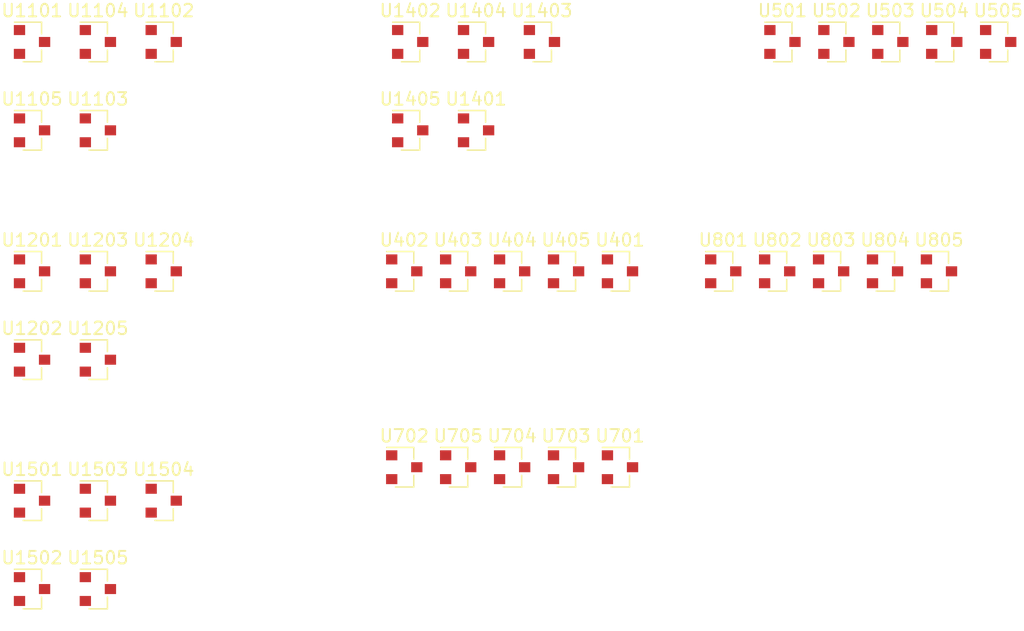
<source format=kicad_pcb>
(kicad_pcb (version 4) (host pcbnew 4.0.5+dfsg1-4)

  (general
    (links 63)
    (no_connects 63)
    (area 0 0 0 0)
    (thickness 1.6)
    (drawings 0)
    (tracks 0)
    (zones 0)
    (modules 40)
    (nets 49)
  )

  (page A4)
  (layers
    (0 F.Cu signal)
    (31 B.Cu signal)
    (32 B.Adhes user)
    (33 F.Adhes user)
    (34 B.Paste user)
    (35 F.Paste user)
    (36 B.SilkS user)
    (37 F.SilkS user)
    (38 B.Mask user)
    (39 F.Mask user)
    (40 Dwgs.User user)
    (41 Cmts.User user)
    (42 Eco1.User user)
    (43 Eco2.User user)
    (44 Edge.Cuts user)
    (45 Margin user)
    (46 B.CrtYd user)
    (47 F.CrtYd user)
    (48 B.Fab user)
    (49 F.Fab user)
  )

  (setup
    (last_trace_width 0.25)
    (trace_clearance 0.2)
    (zone_clearance 0.508)
    (zone_45_only no)
    (trace_min 0.2)
    (segment_width 0.2)
    (edge_width 0.1)
    (via_size 0.6)
    (via_drill 0.4)
    (via_min_size 0.4)
    (via_min_drill 0.3)
    (uvia_size 0.3)
    (uvia_drill 0.1)
    (uvias_allowed no)
    (uvia_min_size 0.2)
    (uvia_min_drill 0.1)
    (pcb_text_width 0.3)
    (pcb_text_size 1.5 1.5)
    (mod_edge_width 0.15)
    (mod_text_size 1 1)
    (mod_text_width 0.15)
    (pad_size 1.5 1.5)
    (pad_drill 0.6)
    (pad_to_mask_clearance 0)
    (aux_axis_origin 0 0)
    (visible_elements FFFFFF7F)
    (pcbplotparams
      (layerselection 0x00030_80000001)
      (usegerberextensions false)
      (excludeedgelayer true)
      (linewidth 0.100000)
      (plotframeref false)
      (viasonmask false)
      (mode 1)
      (useauxorigin false)
      (hpglpennumber 1)
      (hpglpenspeed 20)
      (hpglpendiameter 15)
      (hpglpenoverlay 2)
      (psnegative false)
      (psa4output false)
      (plotreference true)
      (plotvalue true)
      (plotinvisibletext false)
      (padsonsilk false)
      (subtractmaskfromsilk false)
      (outputformat 1)
      (mirror false)
      (drillshape 1)
      (scaleselection 1)
      (outputdirectory ""))
  )

  (net 0 "")
  (net 1 /A0)
  (net 2 /B0)
  (net 3 "Net-(U401-Pad3)")
  (net 4 /C0)
  (net 5 "Net-(U402-Pad3)")
  (net 6 "Net-(U403-Pad3)")
  (net 7 /bit03/bit01/bit1/C_IN)
  (net 8 /A1)
  (net 9 /B1)
  (net 10 "Net-(U501-Pad3)")
  (net 11 "Net-(U502-Pad3)")
  (net 12 "Net-(U503-Pad3)")
  (net 13 /bit03/bit23/C0)
  (net 14 /A2)
  (net 15 /B2)
  (net 16 "Net-(U701-Pad3)")
  (net 17 "Net-(U702-Pad3)")
  (net 18 "Net-(U703-Pad3)")
  (net 19 /bit03/bit23/bit1/C_IN)
  (net 20 /A3)
  (net 21 /B3)
  (net 22 "Net-(U801-Pad3)")
  (net 23 "Net-(U802-Pad3)")
  (net 24 "Net-(U803-Pad3)")
  (net 25 /bit47/C0)
  (net 26 /A4)
  (net 27 /B4)
  (net 28 "Net-(U1101-Pad3)")
  (net 29 "Net-(U1102-Pad3)")
  (net 30 "Net-(U1103-Pad3)")
  (net 31 /bit47/bit01/bit1/C_IN)
  (net 32 /A5)
  (net 33 /B5)
  (net 34 "Net-(U1201-Pad3)")
  (net 35 "Net-(U1202-Pad3)")
  (net 36 "Net-(U1203-Pad3)")
  (net 37 /bit47/bit23/C0)
  (net 38 /A6)
  (net 39 /B6)
  (net 40 "Net-(U1401-Pad3)")
  (net 41 "Net-(U1402-Pad3)")
  (net 42 "Net-(U1403-Pad3)")
  (net 43 /bit47/bit23/bit1/C_IN)
  (net 44 /A7)
  (net 45 /B7)
  (net 46 "Net-(U1501-Pad3)")
  (net 47 "Net-(U1502-Pad3)")
  (net 48 "Net-(U1503-Pad3)")

  (net_class Default "This is the default net class."
    (clearance 0.2)
    (trace_width 0.25)
    (via_dia 0.6)
    (via_drill 0.4)
    (uvia_dia 0.3)
    (uvia_drill 0.1)
    (add_net /A0)
    (add_net /A1)
    (add_net /A2)
    (add_net /A3)
    (add_net /A4)
    (add_net /A5)
    (add_net /A6)
    (add_net /A7)
    (add_net /B0)
    (add_net /B1)
    (add_net /B2)
    (add_net /B3)
    (add_net /B4)
    (add_net /B5)
    (add_net /B6)
    (add_net /B7)
    (add_net /C0)
    (add_net /bit03/bit01/bit1/C_IN)
    (add_net /bit03/bit23/C0)
    (add_net /bit03/bit23/bit1/C_IN)
    (add_net /bit47/C0)
    (add_net /bit47/bit01/bit1/C_IN)
    (add_net /bit47/bit23/C0)
    (add_net /bit47/bit23/bit1/C_IN)
    (add_net "Net-(U1101-Pad3)")
    (add_net "Net-(U1102-Pad3)")
    (add_net "Net-(U1103-Pad3)")
    (add_net "Net-(U1201-Pad3)")
    (add_net "Net-(U1202-Pad3)")
    (add_net "Net-(U1203-Pad3)")
    (add_net "Net-(U1401-Pad3)")
    (add_net "Net-(U1402-Pad3)")
    (add_net "Net-(U1403-Pad3)")
    (add_net "Net-(U1501-Pad3)")
    (add_net "Net-(U1502-Pad3)")
    (add_net "Net-(U1503-Pad3)")
    (add_net "Net-(U401-Pad3)")
    (add_net "Net-(U402-Pad3)")
    (add_net "Net-(U403-Pad3)")
    (add_net "Net-(U501-Pad3)")
    (add_net "Net-(U502-Pad3)")
    (add_net "Net-(U503-Pad3)")
    (add_net "Net-(U701-Pad3)")
    (add_net "Net-(U702-Pad3)")
    (add_net "Net-(U703-Pad3)")
    (add_net "Net-(U801-Pad3)")
    (add_net "Net-(U802-Pad3)")
    (add_net "Net-(U803-Pad3)")
  )

  (module TO_SOT_Packages_SMD:SOT-23 (layer F.Cu) (tedit 58CE4E7E) (tstamp 59694014)
    (at 232.839581 103.2582)
    (descr "SOT-23, Standard")
    (tags SOT-23)
    (path /59695B15/59691F74/59691506/59691269)
    (attr smd)
    (fp_text reference U401 (at 0 -2.5) (layer F.SilkS)
      (effects (font (size 1 1) (thickness 0.15)))
    )
    (fp_text value XOR (at 0 2.5) (layer F.Fab)
      (effects (font (size 1 1) (thickness 0.15)))
    )
    (fp_text user %R (at 0 0) (layer F.Fab)
      (effects (font (size 0.5 0.5) (thickness 0.075)))
    )
    (fp_line (start -0.7 -0.95) (end -0.7 1.5) (layer F.Fab) (width 0.1))
    (fp_line (start -0.15 -1.52) (end 0.7 -1.52) (layer F.Fab) (width 0.1))
    (fp_line (start -0.7 -0.95) (end -0.15 -1.52) (layer F.Fab) (width 0.1))
    (fp_line (start 0.7 -1.52) (end 0.7 1.52) (layer F.Fab) (width 0.1))
    (fp_line (start -0.7 1.52) (end 0.7 1.52) (layer F.Fab) (width 0.1))
    (fp_line (start 0.76 1.58) (end 0.76 0.65) (layer F.SilkS) (width 0.12))
    (fp_line (start 0.76 -1.58) (end 0.76 -0.65) (layer F.SilkS) (width 0.12))
    (fp_line (start -1.7 -1.75) (end 1.7 -1.75) (layer F.CrtYd) (width 0.05))
    (fp_line (start 1.7 -1.75) (end 1.7 1.75) (layer F.CrtYd) (width 0.05))
    (fp_line (start 1.7 1.75) (end -1.7 1.75) (layer F.CrtYd) (width 0.05))
    (fp_line (start -1.7 1.75) (end -1.7 -1.75) (layer F.CrtYd) (width 0.05))
    (fp_line (start 0.76 -1.58) (end -1.4 -1.58) (layer F.SilkS) (width 0.12))
    (fp_line (start 0.76 1.58) (end -0.7 1.58) (layer F.SilkS) (width 0.12))
    (pad 1 smd rect (at -1 -0.95) (size 0.9 0.8) (layers F.Cu F.Paste F.Mask)
      (net 1 /A0))
    (pad 2 smd rect (at -1 0.95) (size 0.9 0.8) (layers F.Cu F.Paste F.Mask)
      (net 2 /B0))
    (pad 3 smd rect (at 1 0) (size 0.9 0.8) (layers F.Cu F.Paste F.Mask)
      (net 3 "Net-(U401-Pad3)"))
    (model ${KISYS3DMOD}/TO_SOT_Packages_SMD.3dshapes/SOT-23.wrl
      (at (xyz 0 0 0))
      (scale (xyz 1 1 1))
      (rotate (xyz 0 0 0))
    )
  )

  (module TO_SOT_Packages_SMD:SOT-23 (layer F.Cu) (tedit 58CE4E7E) (tstamp 59694029)
    (at 215.639581 103.2582)
    (descr "SOT-23, Standard")
    (tags SOT-23)
    (path /59695B15/59691F74/59691506/596910D3)
    (attr smd)
    (fp_text reference U402 (at 0 -2.5) (layer F.SilkS)
      (effects (font (size 1 1) (thickness 0.15)))
    )
    (fp_text value AND (at 0 2.5) (layer F.Fab)
      (effects (font (size 1 1) (thickness 0.15)))
    )
    (fp_text user %R (at 0 0) (layer F.Fab)
      (effects (font (size 0.5 0.5) (thickness 0.075)))
    )
    (fp_line (start -0.7 -0.95) (end -0.7 1.5) (layer F.Fab) (width 0.1))
    (fp_line (start -0.15 -1.52) (end 0.7 -1.52) (layer F.Fab) (width 0.1))
    (fp_line (start -0.7 -0.95) (end -0.15 -1.52) (layer F.Fab) (width 0.1))
    (fp_line (start 0.7 -1.52) (end 0.7 1.52) (layer F.Fab) (width 0.1))
    (fp_line (start -0.7 1.52) (end 0.7 1.52) (layer F.Fab) (width 0.1))
    (fp_line (start 0.76 1.58) (end 0.76 0.65) (layer F.SilkS) (width 0.12))
    (fp_line (start 0.76 -1.58) (end 0.76 -0.65) (layer F.SilkS) (width 0.12))
    (fp_line (start -1.7 -1.75) (end 1.7 -1.75) (layer F.CrtYd) (width 0.05))
    (fp_line (start 1.7 -1.75) (end 1.7 1.75) (layer F.CrtYd) (width 0.05))
    (fp_line (start 1.7 1.75) (end -1.7 1.75) (layer F.CrtYd) (width 0.05))
    (fp_line (start -1.7 1.75) (end -1.7 -1.75) (layer F.CrtYd) (width 0.05))
    (fp_line (start 0.76 -1.58) (end -1.4 -1.58) (layer F.SilkS) (width 0.12))
    (fp_line (start 0.76 1.58) (end -0.7 1.58) (layer F.SilkS) (width 0.12))
    (pad 1 smd rect (at -1 -0.95) (size 0.9 0.8) (layers F.Cu F.Paste F.Mask)
      (net 3 "Net-(U401-Pad3)"))
    (pad 2 smd rect (at -1 0.95) (size 0.9 0.8) (layers F.Cu F.Paste F.Mask)
      (net 4 /C0))
    (pad 3 smd rect (at 1 0) (size 0.9 0.8) (layers F.Cu F.Paste F.Mask)
      (net 5 "Net-(U402-Pad3)"))
    (model ${KISYS3DMOD}/TO_SOT_Packages_SMD.3dshapes/SOT-23.wrl
      (at (xyz 0 0 0))
      (scale (xyz 1 1 1))
      (rotate (xyz 0 0 0))
    )
  )

  (module TO_SOT_Packages_SMD:SOT-23 (layer F.Cu) (tedit 58CE4E7E) (tstamp 5969403E)
    (at 219.939581 103.2582)
    (descr "SOT-23, Standard")
    (tags SOT-23)
    (path /59695B15/59691F74/59691506/596911A0)
    (attr smd)
    (fp_text reference U403 (at 0 -2.5) (layer F.SilkS)
      (effects (font (size 1 1) (thickness 0.15)))
    )
    (fp_text value AND (at 0 2.5) (layer F.Fab)
      (effects (font (size 1 1) (thickness 0.15)))
    )
    (fp_text user %R (at 0 0) (layer F.Fab)
      (effects (font (size 0.5 0.5) (thickness 0.075)))
    )
    (fp_line (start -0.7 -0.95) (end -0.7 1.5) (layer F.Fab) (width 0.1))
    (fp_line (start -0.15 -1.52) (end 0.7 -1.52) (layer F.Fab) (width 0.1))
    (fp_line (start -0.7 -0.95) (end -0.15 -1.52) (layer F.Fab) (width 0.1))
    (fp_line (start 0.7 -1.52) (end 0.7 1.52) (layer F.Fab) (width 0.1))
    (fp_line (start -0.7 1.52) (end 0.7 1.52) (layer F.Fab) (width 0.1))
    (fp_line (start 0.76 1.58) (end 0.76 0.65) (layer F.SilkS) (width 0.12))
    (fp_line (start 0.76 -1.58) (end 0.76 -0.65) (layer F.SilkS) (width 0.12))
    (fp_line (start -1.7 -1.75) (end 1.7 -1.75) (layer F.CrtYd) (width 0.05))
    (fp_line (start 1.7 -1.75) (end 1.7 1.75) (layer F.CrtYd) (width 0.05))
    (fp_line (start 1.7 1.75) (end -1.7 1.75) (layer F.CrtYd) (width 0.05))
    (fp_line (start -1.7 1.75) (end -1.7 -1.75) (layer F.CrtYd) (width 0.05))
    (fp_line (start 0.76 -1.58) (end -1.4 -1.58) (layer F.SilkS) (width 0.12))
    (fp_line (start 0.76 1.58) (end -0.7 1.58) (layer F.SilkS) (width 0.12))
    (pad 1 smd rect (at -1 -0.95) (size 0.9 0.8) (layers F.Cu F.Paste F.Mask)
      (net 1 /A0))
    (pad 2 smd rect (at -1 0.95) (size 0.9 0.8) (layers F.Cu F.Paste F.Mask)
      (net 2 /B0))
    (pad 3 smd rect (at 1 0) (size 0.9 0.8) (layers F.Cu F.Paste F.Mask)
      (net 6 "Net-(U403-Pad3)"))
    (model ${KISYS3DMOD}/TO_SOT_Packages_SMD.3dshapes/SOT-23.wrl
      (at (xyz 0 0 0))
      (scale (xyz 1 1 1))
      (rotate (xyz 0 0 0))
    )
  )

  (module TO_SOT_Packages_SMD:SOT-23 (layer F.Cu) (tedit 58CE4E7E) (tstamp 59694053)
    (at 224.239581 103.2582)
    (descr "SOT-23, Standard")
    (tags SOT-23)
    (path /59695B15/59691F74/59691506/5969122E)
    (attr smd)
    (fp_text reference U404 (at 0 -2.5) (layer F.SilkS)
      (effects (font (size 1 1) (thickness 0.15)))
    )
    (fp_text value XOR (at 0 2.5) (layer F.Fab)
      (effects (font (size 1 1) (thickness 0.15)))
    )
    (fp_text user %R (at 0 0) (layer F.Fab)
      (effects (font (size 0.5 0.5) (thickness 0.075)))
    )
    (fp_line (start -0.7 -0.95) (end -0.7 1.5) (layer F.Fab) (width 0.1))
    (fp_line (start -0.15 -1.52) (end 0.7 -1.52) (layer F.Fab) (width 0.1))
    (fp_line (start -0.7 -0.95) (end -0.15 -1.52) (layer F.Fab) (width 0.1))
    (fp_line (start 0.7 -1.52) (end 0.7 1.52) (layer F.Fab) (width 0.1))
    (fp_line (start -0.7 1.52) (end 0.7 1.52) (layer F.Fab) (width 0.1))
    (fp_line (start 0.76 1.58) (end 0.76 0.65) (layer F.SilkS) (width 0.12))
    (fp_line (start 0.76 -1.58) (end 0.76 -0.65) (layer F.SilkS) (width 0.12))
    (fp_line (start -1.7 -1.75) (end 1.7 -1.75) (layer F.CrtYd) (width 0.05))
    (fp_line (start 1.7 -1.75) (end 1.7 1.75) (layer F.CrtYd) (width 0.05))
    (fp_line (start 1.7 1.75) (end -1.7 1.75) (layer F.CrtYd) (width 0.05))
    (fp_line (start -1.7 1.75) (end -1.7 -1.75) (layer F.CrtYd) (width 0.05))
    (fp_line (start 0.76 -1.58) (end -1.4 -1.58) (layer F.SilkS) (width 0.12))
    (fp_line (start 0.76 1.58) (end -0.7 1.58) (layer F.SilkS) (width 0.12))
    (pad 1 smd rect (at -1 -0.95) (size 0.9 0.8) (layers F.Cu F.Paste F.Mask)
      (net 3 "Net-(U401-Pad3)"))
    (pad 2 smd rect (at -1 0.95) (size 0.9 0.8) (layers F.Cu F.Paste F.Mask)
      (net 4 /C0))
    (pad 3 smd rect (at 1 0) (size 0.9 0.8) (layers F.Cu F.Paste F.Mask))
    (model ${KISYS3DMOD}/TO_SOT_Packages_SMD.3dshapes/SOT-23.wrl
      (at (xyz 0 0 0))
      (scale (xyz 1 1 1))
      (rotate (xyz 0 0 0))
    )
  )

  (module TO_SOT_Packages_SMD:SOT-23 (layer F.Cu) (tedit 58CE4E7E) (tstamp 59694068)
    (at 228.539581 103.2582)
    (descr "SOT-23, Standard")
    (tags SOT-23)
    (path /59695B15/59691F74/59691506/596911E2)
    (attr smd)
    (fp_text reference U405 (at 0 -2.5) (layer F.SilkS)
      (effects (font (size 1 1) (thickness 0.15)))
    )
    (fp_text value OR (at 0 2.5) (layer F.Fab)
      (effects (font (size 1 1) (thickness 0.15)))
    )
    (fp_text user %R (at 0 0) (layer F.Fab)
      (effects (font (size 0.5 0.5) (thickness 0.075)))
    )
    (fp_line (start -0.7 -0.95) (end -0.7 1.5) (layer F.Fab) (width 0.1))
    (fp_line (start -0.15 -1.52) (end 0.7 -1.52) (layer F.Fab) (width 0.1))
    (fp_line (start -0.7 -0.95) (end -0.15 -1.52) (layer F.Fab) (width 0.1))
    (fp_line (start 0.7 -1.52) (end 0.7 1.52) (layer F.Fab) (width 0.1))
    (fp_line (start -0.7 1.52) (end 0.7 1.52) (layer F.Fab) (width 0.1))
    (fp_line (start 0.76 1.58) (end 0.76 0.65) (layer F.SilkS) (width 0.12))
    (fp_line (start 0.76 -1.58) (end 0.76 -0.65) (layer F.SilkS) (width 0.12))
    (fp_line (start -1.7 -1.75) (end 1.7 -1.75) (layer F.CrtYd) (width 0.05))
    (fp_line (start 1.7 -1.75) (end 1.7 1.75) (layer F.CrtYd) (width 0.05))
    (fp_line (start 1.7 1.75) (end -1.7 1.75) (layer F.CrtYd) (width 0.05))
    (fp_line (start -1.7 1.75) (end -1.7 -1.75) (layer F.CrtYd) (width 0.05))
    (fp_line (start 0.76 -1.58) (end -1.4 -1.58) (layer F.SilkS) (width 0.12))
    (fp_line (start 0.76 1.58) (end -0.7 1.58) (layer F.SilkS) (width 0.12))
    (pad 1 smd rect (at -1 -0.95) (size 0.9 0.8) (layers F.Cu F.Paste F.Mask)
      (net 5 "Net-(U402-Pad3)"))
    (pad 2 smd rect (at -1 0.95) (size 0.9 0.8) (layers F.Cu F.Paste F.Mask)
      (net 6 "Net-(U403-Pad3)"))
    (pad 3 smd rect (at 1 0) (size 0.9 0.8) (layers F.Cu F.Paste F.Mask)
      (net 7 /bit03/bit01/bit1/C_IN))
    (model ${KISYS3DMOD}/TO_SOT_Packages_SMD.3dshapes/SOT-23.wrl
      (at (xyz 0 0 0))
      (scale (xyz 1 1 1))
      (rotate (xyz 0 0 0))
    )
  )

  (module TO_SOT_Packages_SMD:SOT-23 (layer F.Cu) (tedit 58CE4E7E) (tstamp 5969407D)
    (at 245.789581 84.9582)
    (descr "SOT-23, Standard")
    (tags SOT-23)
    (path /59695B15/59691F74/596919C0/59691269)
    (attr smd)
    (fp_text reference U501 (at 0 -2.5) (layer F.SilkS)
      (effects (font (size 1 1) (thickness 0.15)))
    )
    (fp_text value XOR (at 0 2.5) (layer F.Fab)
      (effects (font (size 1 1) (thickness 0.15)))
    )
    (fp_text user %R (at 0 0) (layer F.Fab)
      (effects (font (size 0.5 0.5) (thickness 0.075)))
    )
    (fp_line (start -0.7 -0.95) (end -0.7 1.5) (layer F.Fab) (width 0.1))
    (fp_line (start -0.15 -1.52) (end 0.7 -1.52) (layer F.Fab) (width 0.1))
    (fp_line (start -0.7 -0.95) (end -0.15 -1.52) (layer F.Fab) (width 0.1))
    (fp_line (start 0.7 -1.52) (end 0.7 1.52) (layer F.Fab) (width 0.1))
    (fp_line (start -0.7 1.52) (end 0.7 1.52) (layer F.Fab) (width 0.1))
    (fp_line (start 0.76 1.58) (end 0.76 0.65) (layer F.SilkS) (width 0.12))
    (fp_line (start 0.76 -1.58) (end 0.76 -0.65) (layer F.SilkS) (width 0.12))
    (fp_line (start -1.7 -1.75) (end 1.7 -1.75) (layer F.CrtYd) (width 0.05))
    (fp_line (start 1.7 -1.75) (end 1.7 1.75) (layer F.CrtYd) (width 0.05))
    (fp_line (start 1.7 1.75) (end -1.7 1.75) (layer F.CrtYd) (width 0.05))
    (fp_line (start -1.7 1.75) (end -1.7 -1.75) (layer F.CrtYd) (width 0.05))
    (fp_line (start 0.76 -1.58) (end -1.4 -1.58) (layer F.SilkS) (width 0.12))
    (fp_line (start 0.76 1.58) (end -0.7 1.58) (layer F.SilkS) (width 0.12))
    (pad 1 smd rect (at -1 -0.95) (size 0.9 0.8) (layers F.Cu F.Paste F.Mask)
      (net 8 /A1))
    (pad 2 smd rect (at -1 0.95) (size 0.9 0.8) (layers F.Cu F.Paste F.Mask)
      (net 9 /B1))
    (pad 3 smd rect (at 1 0) (size 0.9 0.8) (layers F.Cu F.Paste F.Mask)
      (net 10 "Net-(U501-Pad3)"))
    (model ${KISYS3DMOD}/TO_SOT_Packages_SMD.3dshapes/SOT-23.wrl
      (at (xyz 0 0 0))
      (scale (xyz 1 1 1))
      (rotate (xyz 0 0 0))
    )
  )

  (module TO_SOT_Packages_SMD:SOT-23 (layer F.Cu) (tedit 58CE4E7E) (tstamp 59694092)
    (at 250.089581 84.9582)
    (descr "SOT-23, Standard")
    (tags SOT-23)
    (path /59695B15/59691F74/596919C0/596910D3)
    (attr smd)
    (fp_text reference U502 (at 0 -2.5) (layer F.SilkS)
      (effects (font (size 1 1) (thickness 0.15)))
    )
    (fp_text value AND (at 0 2.5) (layer F.Fab)
      (effects (font (size 1 1) (thickness 0.15)))
    )
    (fp_text user %R (at 0 0) (layer F.Fab)
      (effects (font (size 0.5 0.5) (thickness 0.075)))
    )
    (fp_line (start -0.7 -0.95) (end -0.7 1.5) (layer F.Fab) (width 0.1))
    (fp_line (start -0.15 -1.52) (end 0.7 -1.52) (layer F.Fab) (width 0.1))
    (fp_line (start -0.7 -0.95) (end -0.15 -1.52) (layer F.Fab) (width 0.1))
    (fp_line (start 0.7 -1.52) (end 0.7 1.52) (layer F.Fab) (width 0.1))
    (fp_line (start -0.7 1.52) (end 0.7 1.52) (layer F.Fab) (width 0.1))
    (fp_line (start 0.76 1.58) (end 0.76 0.65) (layer F.SilkS) (width 0.12))
    (fp_line (start 0.76 -1.58) (end 0.76 -0.65) (layer F.SilkS) (width 0.12))
    (fp_line (start -1.7 -1.75) (end 1.7 -1.75) (layer F.CrtYd) (width 0.05))
    (fp_line (start 1.7 -1.75) (end 1.7 1.75) (layer F.CrtYd) (width 0.05))
    (fp_line (start 1.7 1.75) (end -1.7 1.75) (layer F.CrtYd) (width 0.05))
    (fp_line (start -1.7 1.75) (end -1.7 -1.75) (layer F.CrtYd) (width 0.05))
    (fp_line (start 0.76 -1.58) (end -1.4 -1.58) (layer F.SilkS) (width 0.12))
    (fp_line (start 0.76 1.58) (end -0.7 1.58) (layer F.SilkS) (width 0.12))
    (pad 1 smd rect (at -1 -0.95) (size 0.9 0.8) (layers F.Cu F.Paste F.Mask)
      (net 10 "Net-(U501-Pad3)"))
    (pad 2 smd rect (at -1 0.95) (size 0.9 0.8) (layers F.Cu F.Paste F.Mask)
      (net 7 /bit03/bit01/bit1/C_IN))
    (pad 3 smd rect (at 1 0) (size 0.9 0.8) (layers F.Cu F.Paste F.Mask)
      (net 11 "Net-(U502-Pad3)"))
    (model ${KISYS3DMOD}/TO_SOT_Packages_SMD.3dshapes/SOT-23.wrl
      (at (xyz 0 0 0))
      (scale (xyz 1 1 1))
      (rotate (xyz 0 0 0))
    )
  )

  (module TO_SOT_Packages_SMD:SOT-23 (layer F.Cu) (tedit 58CE4E7E) (tstamp 596940A7)
    (at 254.389581 84.9582)
    (descr "SOT-23, Standard")
    (tags SOT-23)
    (path /59695B15/59691F74/596919C0/596911A0)
    (attr smd)
    (fp_text reference U503 (at 0 -2.5) (layer F.SilkS)
      (effects (font (size 1 1) (thickness 0.15)))
    )
    (fp_text value AND (at 0 2.5) (layer F.Fab)
      (effects (font (size 1 1) (thickness 0.15)))
    )
    (fp_text user %R (at 0 0) (layer F.Fab)
      (effects (font (size 0.5 0.5) (thickness 0.075)))
    )
    (fp_line (start -0.7 -0.95) (end -0.7 1.5) (layer F.Fab) (width 0.1))
    (fp_line (start -0.15 -1.52) (end 0.7 -1.52) (layer F.Fab) (width 0.1))
    (fp_line (start -0.7 -0.95) (end -0.15 -1.52) (layer F.Fab) (width 0.1))
    (fp_line (start 0.7 -1.52) (end 0.7 1.52) (layer F.Fab) (width 0.1))
    (fp_line (start -0.7 1.52) (end 0.7 1.52) (layer F.Fab) (width 0.1))
    (fp_line (start 0.76 1.58) (end 0.76 0.65) (layer F.SilkS) (width 0.12))
    (fp_line (start 0.76 -1.58) (end 0.76 -0.65) (layer F.SilkS) (width 0.12))
    (fp_line (start -1.7 -1.75) (end 1.7 -1.75) (layer F.CrtYd) (width 0.05))
    (fp_line (start 1.7 -1.75) (end 1.7 1.75) (layer F.CrtYd) (width 0.05))
    (fp_line (start 1.7 1.75) (end -1.7 1.75) (layer F.CrtYd) (width 0.05))
    (fp_line (start -1.7 1.75) (end -1.7 -1.75) (layer F.CrtYd) (width 0.05))
    (fp_line (start 0.76 -1.58) (end -1.4 -1.58) (layer F.SilkS) (width 0.12))
    (fp_line (start 0.76 1.58) (end -0.7 1.58) (layer F.SilkS) (width 0.12))
    (pad 1 smd rect (at -1 -0.95) (size 0.9 0.8) (layers F.Cu F.Paste F.Mask)
      (net 8 /A1))
    (pad 2 smd rect (at -1 0.95) (size 0.9 0.8) (layers F.Cu F.Paste F.Mask)
      (net 9 /B1))
    (pad 3 smd rect (at 1 0) (size 0.9 0.8) (layers F.Cu F.Paste F.Mask)
      (net 12 "Net-(U503-Pad3)"))
    (model ${KISYS3DMOD}/TO_SOT_Packages_SMD.3dshapes/SOT-23.wrl
      (at (xyz 0 0 0))
      (scale (xyz 1 1 1))
      (rotate (xyz 0 0 0))
    )
  )

  (module TO_SOT_Packages_SMD:SOT-23 (layer F.Cu) (tedit 58CE4E7E) (tstamp 596940BC)
    (at 258.689581 84.9582)
    (descr "SOT-23, Standard")
    (tags SOT-23)
    (path /59695B15/59691F74/596919C0/5969122E)
    (attr smd)
    (fp_text reference U504 (at 0 -2.5) (layer F.SilkS)
      (effects (font (size 1 1) (thickness 0.15)))
    )
    (fp_text value XOR (at 0 2.5) (layer F.Fab)
      (effects (font (size 1 1) (thickness 0.15)))
    )
    (fp_text user %R (at 0 0) (layer F.Fab)
      (effects (font (size 0.5 0.5) (thickness 0.075)))
    )
    (fp_line (start -0.7 -0.95) (end -0.7 1.5) (layer F.Fab) (width 0.1))
    (fp_line (start -0.15 -1.52) (end 0.7 -1.52) (layer F.Fab) (width 0.1))
    (fp_line (start -0.7 -0.95) (end -0.15 -1.52) (layer F.Fab) (width 0.1))
    (fp_line (start 0.7 -1.52) (end 0.7 1.52) (layer F.Fab) (width 0.1))
    (fp_line (start -0.7 1.52) (end 0.7 1.52) (layer F.Fab) (width 0.1))
    (fp_line (start 0.76 1.58) (end 0.76 0.65) (layer F.SilkS) (width 0.12))
    (fp_line (start 0.76 -1.58) (end 0.76 -0.65) (layer F.SilkS) (width 0.12))
    (fp_line (start -1.7 -1.75) (end 1.7 -1.75) (layer F.CrtYd) (width 0.05))
    (fp_line (start 1.7 -1.75) (end 1.7 1.75) (layer F.CrtYd) (width 0.05))
    (fp_line (start 1.7 1.75) (end -1.7 1.75) (layer F.CrtYd) (width 0.05))
    (fp_line (start -1.7 1.75) (end -1.7 -1.75) (layer F.CrtYd) (width 0.05))
    (fp_line (start 0.76 -1.58) (end -1.4 -1.58) (layer F.SilkS) (width 0.12))
    (fp_line (start 0.76 1.58) (end -0.7 1.58) (layer F.SilkS) (width 0.12))
    (pad 1 smd rect (at -1 -0.95) (size 0.9 0.8) (layers F.Cu F.Paste F.Mask)
      (net 10 "Net-(U501-Pad3)"))
    (pad 2 smd rect (at -1 0.95) (size 0.9 0.8) (layers F.Cu F.Paste F.Mask)
      (net 7 /bit03/bit01/bit1/C_IN))
    (pad 3 smd rect (at 1 0) (size 0.9 0.8) (layers F.Cu F.Paste F.Mask))
    (model ${KISYS3DMOD}/TO_SOT_Packages_SMD.3dshapes/SOT-23.wrl
      (at (xyz 0 0 0))
      (scale (xyz 1 1 1))
      (rotate (xyz 0 0 0))
    )
  )

  (module TO_SOT_Packages_SMD:SOT-23 (layer F.Cu) (tedit 58CE4E7E) (tstamp 596940D1)
    (at 262.989581 84.9582)
    (descr "SOT-23, Standard")
    (tags SOT-23)
    (path /59695B15/59691F74/596919C0/596911E2)
    (attr smd)
    (fp_text reference U505 (at 0 -2.5) (layer F.SilkS)
      (effects (font (size 1 1) (thickness 0.15)))
    )
    (fp_text value OR (at 0 2.5) (layer F.Fab)
      (effects (font (size 1 1) (thickness 0.15)))
    )
    (fp_text user %R (at 0 0) (layer F.Fab)
      (effects (font (size 0.5 0.5) (thickness 0.075)))
    )
    (fp_line (start -0.7 -0.95) (end -0.7 1.5) (layer F.Fab) (width 0.1))
    (fp_line (start -0.15 -1.52) (end 0.7 -1.52) (layer F.Fab) (width 0.1))
    (fp_line (start -0.7 -0.95) (end -0.15 -1.52) (layer F.Fab) (width 0.1))
    (fp_line (start 0.7 -1.52) (end 0.7 1.52) (layer F.Fab) (width 0.1))
    (fp_line (start -0.7 1.52) (end 0.7 1.52) (layer F.Fab) (width 0.1))
    (fp_line (start 0.76 1.58) (end 0.76 0.65) (layer F.SilkS) (width 0.12))
    (fp_line (start 0.76 -1.58) (end 0.76 -0.65) (layer F.SilkS) (width 0.12))
    (fp_line (start -1.7 -1.75) (end 1.7 -1.75) (layer F.CrtYd) (width 0.05))
    (fp_line (start 1.7 -1.75) (end 1.7 1.75) (layer F.CrtYd) (width 0.05))
    (fp_line (start 1.7 1.75) (end -1.7 1.75) (layer F.CrtYd) (width 0.05))
    (fp_line (start -1.7 1.75) (end -1.7 -1.75) (layer F.CrtYd) (width 0.05))
    (fp_line (start 0.76 -1.58) (end -1.4 -1.58) (layer F.SilkS) (width 0.12))
    (fp_line (start 0.76 1.58) (end -0.7 1.58) (layer F.SilkS) (width 0.12))
    (pad 1 smd rect (at -1 -0.95) (size 0.9 0.8) (layers F.Cu F.Paste F.Mask)
      (net 11 "Net-(U502-Pad3)"))
    (pad 2 smd rect (at -1 0.95) (size 0.9 0.8) (layers F.Cu F.Paste F.Mask)
      (net 12 "Net-(U503-Pad3)"))
    (pad 3 smd rect (at 1 0) (size 0.9 0.8) (layers F.Cu F.Paste F.Mask)
      (net 13 /bit03/bit23/C0))
    (model ${KISYS3DMOD}/TO_SOT_Packages_SMD.3dshapes/SOT-23.wrl
      (at (xyz 0 0 0))
      (scale (xyz 1 1 1))
      (rotate (xyz 0 0 0))
    )
  )

  (module TO_SOT_Packages_SMD:SOT-23 (layer F.Cu) (tedit 58CE4E7E) (tstamp 596940E6)
    (at 232.839581 118.8882)
    (descr "SOT-23, Standard")
    (tags SOT-23)
    (path /59695B15/59691F75/59691506/59691269)
    (attr smd)
    (fp_text reference U701 (at 0 -2.5) (layer F.SilkS)
      (effects (font (size 1 1) (thickness 0.15)))
    )
    (fp_text value XOR (at 0 2.5) (layer F.Fab)
      (effects (font (size 1 1) (thickness 0.15)))
    )
    (fp_text user %R (at 0 0) (layer F.Fab)
      (effects (font (size 0.5 0.5) (thickness 0.075)))
    )
    (fp_line (start -0.7 -0.95) (end -0.7 1.5) (layer F.Fab) (width 0.1))
    (fp_line (start -0.15 -1.52) (end 0.7 -1.52) (layer F.Fab) (width 0.1))
    (fp_line (start -0.7 -0.95) (end -0.15 -1.52) (layer F.Fab) (width 0.1))
    (fp_line (start 0.7 -1.52) (end 0.7 1.52) (layer F.Fab) (width 0.1))
    (fp_line (start -0.7 1.52) (end 0.7 1.52) (layer F.Fab) (width 0.1))
    (fp_line (start 0.76 1.58) (end 0.76 0.65) (layer F.SilkS) (width 0.12))
    (fp_line (start 0.76 -1.58) (end 0.76 -0.65) (layer F.SilkS) (width 0.12))
    (fp_line (start -1.7 -1.75) (end 1.7 -1.75) (layer F.CrtYd) (width 0.05))
    (fp_line (start 1.7 -1.75) (end 1.7 1.75) (layer F.CrtYd) (width 0.05))
    (fp_line (start 1.7 1.75) (end -1.7 1.75) (layer F.CrtYd) (width 0.05))
    (fp_line (start -1.7 1.75) (end -1.7 -1.75) (layer F.CrtYd) (width 0.05))
    (fp_line (start 0.76 -1.58) (end -1.4 -1.58) (layer F.SilkS) (width 0.12))
    (fp_line (start 0.76 1.58) (end -0.7 1.58) (layer F.SilkS) (width 0.12))
    (pad 1 smd rect (at -1 -0.95) (size 0.9 0.8) (layers F.Cu F.Paste F.Mask)
      (net 14 /A2))
    (pad 2 smd rect (at -1 0.95) (size 0.9 0.8) (layers F.Cu F.Paste F.Mask)
      (net 15 /B2))
    (pad 3 smd rect (at 1 0) (size 0.9 0.8) (layers F.Cu F.Paste F.Mask)
      (net 16 "Net-(U701-Pad3)"))
    (model ${KISYS3DMOD}/TO_SOT_Packages_SMD.3dshapes/SOT-23.wrl
      (at (xyz 0 0 0))
      (scale (xyz 1 1 1))
      (rotate (xyz 0 0 0))
    )
  )

  (module TO_SOT_Packages_SMD:SOT-23 (layer F.Cu) (tedit 58CE4E7E) (tstamp 596940FB)
    (at 215.639581 118.8882)
    (descr "SOT-23, Standard")
    (tags SOT-23)
    (path /59695B15/59691F75/59691506/596910D3)
    (attr smd)
    (fp_text reference U702 (at 0 -2.5) (layer F.SilkS)
      (effects (font (size 1 1) (thickness 0.15)))
    )
    (fp_text value AND (at 0 2.5) (layer F.Fab)
      (effects (font (size 1 1) (thickness 0.15)))
    )
    (fp_text user %R (at 0 0) (layer F.Fab)
      (effects (font (size 0.5 0.5) (thickness 0.075)))
    )
    (fp_line (start -0.7 -0.95) (end -0.7 1.5) (layer F.Fab) (width 0.1))
    (fp_line (start -0.15 -1.52) (end 0.7 -1.52) (layer F.Fab) (width 0.1))
    (fp_line (start -0.7 -0.95) (end -0.15 -1.52) (layer F.Fab) (width 0.1))
    (fp_line (start 0.7 -1.52) (end 0.7 1.52) (layer F.Fab) (width 0.1))
    (fp_line (start -0.7 1.52) (end 0.7 1.52) (layer F.Fab) (width 0.1))
    (fp_line (start 0.76 1.58) (end 0.76 0.65) (layer F.SilkS) (width 0.12))
    (fp_line (start 0.76 -1.58) (end 0.76 -0.65) (layer F.SilkS) (width 0.12))
    (fp_line (start -1.7 -1.75) (end 1.7 -1.75) (layer F.CrtYd) (width 0.05))
    (fp_line (start 1.7 -1.75) (end 1.7 1.75) (layer F.CrtYd) (width 0.05))
    (fp_line (start 1.7 1.75) (end -1.7 1.75) (layer F.CrtYd) (width 0.05))
    (fp_line (start -1.7 1.75) (end -1.7 -1.75) (layer F.CrtYd) (width 0.05))
    (fp_line (start 0.76 -1.58) (end -1.4 -1.58) (layer F.SilkS) (width 0.12))
    (fp_line (start 0.76 1.58) (end -0.7 1.58) (layer F.SilkS) (width 0.12))
    (pad 1 smd rect (at -1 -0.95) (size 0.9 0.8) (layers F.Cu F.Paste F.Mask)
      (net 16 "Net-(U701-Pad3)"))
    (pad 2 smd rect (at -1 0.95) (size 0.9 0.8) (layers F.Cu F.Paste F.Mask)
      (net 13 /bit03/bit23/C0))
    (pad 3 smd rect (at 1 0) (size 0.9 0.8) (layers F.Cu F.Paste F.Mask)
      (net 17 "Net-(U702-Pad3)"))
    (model ${KISYS3DMOD}/TO_SOT_Packages_SMD.3dshapes/SOT-23.wrl
      (at (xyz 0 0 0))
      (scale (xyz 1 1 1))
      (rotate (xyz 0 0 0))
    )
  )

  (module TO_SOT_Packages_SMD:SOT-23 (layer F.Cu) (tedit 58CE4E7E) (tstamp 59694110)
    (at 228.539581 118.8882)
    (descr "SOT-23, Standard")
    (tags SOT-23)
    (path /59695B15/59691F75/59691506/596911A0)
    (attr smd)
    (fp_text reference U703 (at 0 -2.5) (layer F.SilkS)
      (effects (font (size 1 1) (thickness 0.15)))
    )
    (fp_text value AND (at 0 2.5) (layer F.Fab)
      (effects (font (size 1 1) (thickness 0.15)))
    )
    (fp_text user %R (at 0 0) (layer F.Fab)
      (effects (font (size 0.5 0.5) (thickness 0.075)))
    )
    (fp_line (start -0.7 -0.95) (end -0.7 1.5) (layer F.Fab) (width 0.1))
    (fp_line (start -0.15 -1.52) (end 0.7 -1.52) (layer F.Fab) (width 0.1))
    (fp_line (start -0.7 -0.95) (end -0.15 -1.52) (layer F.Fab) (width 0.1))
    (fp_line (start 0.7 -1.52) (end 0.7 1.52) (layer F.Fab) (width 0.1))
    (fp_line (start -0.7 1.52) (end 0.7 1.52) (layer F.Fab) (width 0.1))
    (fp_line (start 0.76 1.58) (end 0.76 0.65) (layer F.SilkS) (width 0.12))
    (fp_line (start 0.76 -1.58) (end 0.76 -0.65) (layer F.SilkS) (width 0.12))
    (fp_line (start -1.7 -1.75) (end 1.7 -1.75) (layer F.CrtYd) (width 0.05))
    (fp_line (start 1.7 -1.75) (end 1.7 1.75) (layer F.CrtYd) (width 0.05))
    (fp_line (start 1.7 1.75) (end -1.7 1.75) (layer F.CrtYd) (width 0.05))
    (fp_line (start -1.7 1.75) (end -1.7 -1.75) (layer F.CrtYd) (width 0.05))
    (fp_line (start 0.76 -1.58) (end -1.4 -1.58) (layer F.SilkS) (width 0.12))
    (fp_line (start 0.76 1.58) (end -0.7 1.58) (layer F.SilkS) (width 0.12))
    (pad 1 smd rect (at -1 -0.95) (size 0.9 0.8) (layers F.Cu F.Paste F.Mask)
      (net 14 /A2))
    (pad 2 smd rect (at -1 0.95) (size 0.9 0.8) (layers F.Cu F.Paste F.Mask)
      (net 15 /B2))
    (pad 3 smd rect (at 1 0) (size 0.9 0.8) (layers F.Cu F.Paste F.Mask)
      (net 18 "Net-(U703-Pad3)"))
    (model ${KISYS3DMOD}/TO_SOT_Packages_SMD.3dshapes/SOT-23.wrl
      (at (xyz 0 0 0))
      (scale (xyz 1 1 1))
      (rotate (xyz 0 0 0))
    )
  )

  (module TO_SOT_Packages_SMD:SOT-23 (layer F.Cu) (tedit 58CE4E7E) (tstamp 59694125)
    (at 224.239581 118.8882)
    (descr "SOT-23, Standard")
    (tags SOT-23)
    (path /59695B15/59691F75/59691506/5969122E)
    (attr smd)
    (fp_text reference U704 (at 0 -2.5) (layer F.SilkS)
      (effects (font (size 1 1) (thickness 0.15)))
    )
    (fp_text value XOR (at 0 2.5) (layer F.Fab)
      (effects (font (size 1 1) (thickness 0.15)))
    )
    (fp_text user %R (at 0 0) (layer F.Fab)
      (effects (font (size 0.5 0.5) (thickness 0.075)))
    )
    (fp_line (start -0.7 -0.95) (end -0.7 1.5) (layer F.Fab) (width 0.1))
    (fp_line (start -0.15 -1.52) (end 0.7 -1.52) (layer F.Fab) (width 0.1))
    (fp_line (start -0.7 -0.95) (end -0.15 -1.52) (layer F.Fab) (width 0.1))
    (fp_line (start 0.7 -1.52) (end 0.7 1.52) (layer F.Fab) (width 0.1))
    (fp_line (start -0.7 1.52) (end 0.7 1.52) (layer F.Fab) (width 0.1))
    (fp_line (start 0.76 1.58) (end 0.76 0.65) (layer F.SilkS) (width 0.12))
    (fp_line (start 0.76 -1.58) (end 0.76 -0.65) (layer F.SilkS) (width 0.12))
    (fp_line (start -1.7 -1.75) (end 1.7 -1.75) (layer F.CrtYd) (width 0.05))
    (fp_line (start 1.7 -1.75) (end 1.7 1.75) (layer F.CrtYd) (width 0.05))
    (fp_line (start 1.7 1.75) (end -1.7 1.75) (layer F.CrtYd) (width 0.05))
    (fp_line (start -1.7 1.75) (end -1.7 -1.75) (layer F.CrtYd) (width 0.05))
    (fp_line (start 0.76 -1.58) (end -1.4 -1.58) (layer F.SilkS) (width 0.12))
    (fp_line (start 0.76 1.58) (end -0.7 1.58) (layer F.SilkS) (width 0.12))
    (pad 1 smd rect (at -1 -0.95) (size 0.9 0.8) (layers F.Cu F.Paste F.Mask)
      (net 16 "Net-(U701-Pad3)"))
    (pad 2 smd rect (at -1 0.95) (size 0.9 0.8) (layers F.Cu F.Paste F.Mask)
      (net 13 /bit03/bit23/C0))
    (pad 3 smd rect (at 1 0) (size 0.9 0.8) (layers F.Cu F.Paste F.Mask))
    (model ${KISYS3DMOD}/TO_SOT_Packages_SMD.3dshapes/SOT-23.wrl
      (at (xyz 0 0 0))
      (scale (xyz 1 1 1))
      (rotate (xyz 0 0 0))
    )
  )

  (module TO_SOT_Packages_SMD:SOT-23 (layer F.Cu) (tedit 58CE4E7E) (tstamp 5969413A)
    (at 219.939581 118.8882)
    (descr "SOT-23, Standard")
    (tags SOT-23)
    (path /59695B15/59691F75/59691506/596911E2)
    (attr smd)
    (fp_text reference U705 (at 0 -2.5) (layer F.SilkS)
      (effects (font (size 1 1) (thickness 0.15)))
    )
    (fp_text value OR (at 0 2.5) (layer F.Fab)
      (effects (font (size 1 1) (thickness 0.15)))
    )
    (fp_text user %R (at 0 0) (layer F.Fab)
      (effects (font (size 0.5 0.5) (thickness 0.075)))
    )
    (fp_line (start -0.7 -0.95) (end -0.7 1.5) (layer F.Fab) (width 0.1))
    (fp_line (start -0.15 -1.52) (end 0.7 -1.52) (layer F.Fab) (width 0.1))
    (fp_line (start -0.7 -0.95) (end -0.15 -1.52) (layer F.Fab) (width 0.1))
    (fp_line (start 0.7 -1.52) (end 0.7 1.52) (layer F.Fab) (width 0.1))
    (fp_line (start -0.7 1.52) (end 0.7 1.52) (layer F.Fab) (width 0.1))
    (fp_line (start 0.76 1.58) (end 0.76 0.65) (layer F.SilkS) (width 0.12))
    (fp_line (start 0.76 -1.58) (end 0.76 -0.65) (layer F.SilkS) (width 0.12))
    (fp_line (start -1.7 -1.75) (end 1.7 -1.75) (layer F.CrtYd) (width 0.05))
    (fp_line (start 1.7 -1.75) (end 1.7 1.75) (layer F.CrtYd) (width 0.05))
    (fp_line (start 1.7 1.75) (end -1.7 1.75) (layer F.CrtYd) (width 0.05))
    (fp_line (start -1.7 1.75) (end -1.7 -1.75) (layer F.CrtYd) (width 0.05))
    (fp_line (start 0.76 -1.58) (end -1.4 -1.58) (layer F.SilkS) (width 0.12))
    (fp_line (start 0.76 1.58) (end -0.7 1.58) (layer F.SilkS) (width 0.12))
    (pad 1 smd rect (at -1 -0.95) (size 0.9 0.8) (layers F.Cu F.Paste F.Mask)
      (net 17 "Net-(U702-Pad3)"))
    (pad 2 smd rect (at -1 0.95) (size 0.9 0.8) (layers F.Cu F.Paste F.Mask)
      (net 18 "Net-(U703-Pad3)"))
    (pad 3 smd rect (at 1 0) (size 0.9 0.8) (layers F.Cu F.Paste F.Mask)
      (net 19 /bit03/bit23/bit1/C_IN))
    (model ${KISYS3DMOD}/TO_SOT_Packages_SMD.3dshapes/SOT-23.wrl
      (at (xyz 0 0 0))
      (scale (xyz 1 1 1))
      (rotate (xyz 0 0 0))
    )
  )

  (module TO_SOT_Packages_SMD:SOT-23 (layer F.Cu) (tedit 58CE4E7E) (tstamp 5969414F)
    (at 241.069581 103.2582)
    (descr "SOT-23, Standard")
    (tags SOT-23)
    (path /59695B15/59691F75/596919C0/59691269)
    (attr smd)
    (fp_text reference U801 (at 0 -2.5) (layer F.SilkS)
      (effects (font (size 1 1) (thickness 0.15)))
    )
    (fp_text value XOR (at 0 2.5) (layer F.Fab)
      (effects (font (size 1 1) (thickness 0.15)))
    )
    (fp_text user %R (at 0 0) (layer F.Fab)
      (effects (font (size 0.5 0.5) (thickness 0.075)))
    )
    (fp_line (start -0.7 -0.95) (end -0.7 1.5) (layer F.Fab) (width 0.1))
    (fp_line (start -0.15 -1.52) (end 0.7 -1.52) (layer F.Fab) (width 0.1))
    (fp_line (start -0.7 -0.95) (end -0.15 -1.52) (layer F.Fab) (width 0.1))
    (fp_line (start 0.7 -1.52) (end 0.7 1.52) (layer F.Fab) (width 0.1))
    (fp_line (start -0.7 1.52) (end 0.7 1.52) (layer F.Fab) (width 0.1))
    (fp_line (start 0.76 1.58) (end 0.76 0.65) (layer F.SilkS) (width 0.12))
    (fp_line (start 0.76 -1.58) (end 0.76 -0.65) (layer F.SilkS) (width 0.12))
    (fp_line (start -1.7 -1.75) (end 1.7 -1.75) (layer F.CrtYd) (width 0.05))
    (fp_line (start 1.7 -1.75) (end 1.7 1.75) (layer F.CrtYd) (width 0.05))
    (fp_line (start 1.7 1.75) (end -1.7 1.75) (layer F.CrtYd) (width 0.05))
    (fp_line (start -1.7 1.75) (end -1.7 -1.75) (layer F.CrtYd) (width 0.05))
    (fp_line (start 0.76 -1.58) (end -1.4 -1.58) (layer F.SilkS) (width 0.12))
    (fp_line (start 0.76 1.58) (end -0.7 1.58) (layer F.SilkS) (width 0.12))
    (pad 1 smd rect (at -1 -0.95) (size 0.9 0.8) (layers F.Cu F.Paste F.Mask)
      (net 20 /A3))
    (pad 2 smd rect (at -1 0.95) (size 0.9 0.8) (layers F.Cu F.Paste F.Mask)
      (net 21 /B3))
    (pad 3 smd rect (at 1 0) (size 0.9 0.8) (layers F.Cu F.Paste F.Mask)
      (net 22 "Net-(U801-Pad3)"))
    (model ${KISYS3DMOD}/TO_SOT_Packages_SMD.3dshapes/SOT-23.wrl
      (at (xyz 0 0 0))
      (scale (xyz 1 1 1))
      (rotate (xyz 0 0 0))
    )
  )

  (module TO_SOT_Packages_SMD:SOT-23 (layer F.Cu) (tedit 58CE4E7E) (tstamp 59694164)
    (at 245.369581 103.2582)
    (descr "SOT-23, Standard")
    (tags SOT-23)
    (path /59695B15/59691F75/596919C0/596910D3)
    (attr smd)
    (fp_text reference U802 (at 0 -2.5) (layer F.SilkS)
      (effects (font (size 1 1) (thickness 0.15)))
    )
    (fp_text value AND (at 0 2.5) (layer F.Fab)
      (effects (font (size 1 1) (thickness 0.15)))
    )
    (fp_text user %R (at 0 0) (layer F.Fab)
      (effects (font (size 0.5 0.5) (thickness 0.075)))
    )
    (fp_line (start -0.7 -0.95) (end -0.7 1.5) (layer F.Fab) (width 0.1))
    (fp_line (start -0.15 -1.52) (end 0.7 -1.52) (layer F.Fab) (width 0.1))
    (fp_line (start -0.7 -0.95) (end -0.15 -1.52) (layer F.Fab) (width 0.1))
    (fp_line (start 0.7 -1.52) (end 0.7 1.52) (layer F.Fab) (width 0.1))
    (fp_line (start -0.7 1.52) (end 0.7 1.52) (layer F.Fab) (width 0.1))
    (fp_line (start 0.76 1.58) (end 0.76 0.65) (layer F.SilkS) (width 0.12))
    (fp_line (start 0.76 -1.58) (end 0.76 -0.65) (layer F.SilkS) (width 0.12))
    (fp_line (start -1.7 -1.75) (end 1.7 -1.75) (layer F.CrtYd) (width 0.05))
    (fp_line (start 1.7 -1.75) (end 1.7 1.75) (layer F.CrtYd) (width 0.05))
    (fp_line (start 1.7 1.75) (end -1.7 1.75) (layer F.CrtYd) (width 0.05))
    (fp_line (start -1.7 1.75) (end -1.7 -1.75) (layer F.CrtYd) (width 0.05))
    (fp_line (start 0.76 -1.58) (end -1.4 -1.58) (layer F.SilkS) (width 0.12))
    (fp_line (start 0.76 1.58) (end -0.7 1.58) (layer F.SilkS) (width 0.12))
    (pad 1 smd rect (at -1 -0.95) (size 0.9 0.8) (layers F.Cu F.Paste F.Mask)
      (net 22 "Net-(U801-Pad3)"))
    (pad 2 smd rect (at -1 0.95) (size 0.9 0.8) (layers F.Cu F.Paste F.Mask)
      (net 19 /bit03/bit23/bit1/C_IN))
    (pad 3 smd rect (at 1 0) (size 0.9 0.8) (layers F.Cu F.Paste F.Mask)
      (net 23 "Net-(U802-Pad3)"))
    (model ${KISYS3DMOD}/TO_SOT_Packages_SMD.3dshapes/SOT-23.wrl
      (at (xyz 0 0 0))
      (scale (xyz 1 1 1))
      (rotate (xyz 0 0 0))
    )
  )

  (module TO_SOT_Packages_SMD:SOT-23 (layer F.Cu) (tedit 58CE4E7E) (tstamp 59694179)
    (at 249.669581 103.2582)
    (descr "SOT-23, Standard")
    (tags SOT-23)
    (path /59695B15/59691F75/596919C0/596911A0)
    (attr smd)
    (fp_text reference U803 (at 0 -2.5) (layer F.SilkS)
      (effects (font (size 1 1) (thickness 0.15)))
    )
    (fp_text value AND (at 0 2.5) (layer F.Fab)
      (effects (font (size 1 1) (thickness 0.15)))
    )
    (fp_text user %R (at 0 0) (layer F.Fab)
      (effects (font (size 0.5 0.5) (thickness 0.075)))
    )
    (fp_line (start -0.7 -0.95) (end -0.7 1.5) (layer F.Fab) (width 0.1))
    (fp_line (start -0.15 -1.52) (end 0.7 -1.52) (layer F.Fab) (width 0.1))
    (fp_line (start -0.7 -0.95) (end -0.15 -1.52) (layer F.Fab) (width 0.1))
    (fp_line (start 0.7 -1.52) (end 0.7 1.52) (layer F.Fab) (width 0.1))
    (fp_line (start -0.7 1.52) (end 0.7 1.52) (layer F.Fab) (width 0.1))
    (fp_line (start 0.76 1.58) (end 0.76 0.65) (layer F.SilkS) (width 0.12))
    (fp_line (start 0.76 -1.58) (end 0.76 -0.65) (layer F.SilkS) (width 0.12))
    (fp_line (start -1.7 -1.75) (end 1.7 -1.75) (layer F.CrtYd) (width 0.05))
    (fp_line (start 1.7 -1.75) (end 1.7 1.75) (layer F.CrtYd) (width 0.05))
    (fp_line (start 1.7 1.75) (end -1.7 1.75) (layer F.CrtYd) (width 0.05))
    (fp_line (start -1.7 1.75) (end -1.7 -1.75) (layer F.CrtYd) (width 0.05))
    (fp_line (start 0.76 -1.58) (end -1.4 -1.58) (layer F.SilkS) (width 0.12))
    (fp_line (start 0.76 1.58) (end -0.7 1.58) (layer F.SilkS) (width 0.12))
    (pad 1 smd rect (at -1 -0.95) (size 0.9 0.8) (layers F.Cu F.Paste F.Mask)
      (net 20 /A3))
    (pad 2 smd rect (at -1 0.95) (size 0.9 0.8) (layers F.Cu F.Paste F.Mask)
      (net 21 /B3))
    (pad 3 smd rect (at 1 0) (size 0.9 0.8) (layers F.Cu F.Paste F.Mask)
      (net 24 "Net-(U803-Pad3)"))
    (model ${KISYS3DMOD}/TO_SOT_Packages_SMD.3dshapes/SOT-23.wrl
      (at (xyz 0 0 0))
      (scale (xyz 1 1 1))
      (rotate (xyz 0 0 0))
    )
  )

  (module TO_SOT_Packages_SMD:SOT-23 (layer F.Cu) (tedit 58CE4E7E) (tstamp 5969418E)
    (at 253.969581 103.2582)
    (descr "SOT-23, Standard")
    (tags SOT-23)
    (path /59695B15/59691F75/596919C0/5969122E)
    (attr smd)
    (fp_text reference U804 (at 0 -2.5) (layer F.SilkS)
      (effects (font (size 1 1) (thickness 0.15)))
    )
    (fp_text value XOR (at 0 2.5) (layer F.Fab)
      (effects (font (size 1 1) (thickness 0.15)))
    )
    (fp_text user %R (at 0 0) (layer F.Fab)
      (effects (font (size 0.5 0.5) (thickness 0.075)))
    )
    (fp_line (start -0.7 -0.95) (end -0.7 1.5) (layer F.Fab) (width 0.1))
    (fp_line (start -0.15 -1.52) (end 0.7 -1.52) (layer F.Fab) (width 0.1))
    (fp_line (start -0.7 -0.95) (end -0.15 -1.52) (layer F.Fab) (width 0.1))
    (fp_line (start 0.7 -1.52) (end 0.7 1.52) (layer F.Fab) (width 0.1))
    (fp_line (start -0.7 1.52) (end 0.7 1.52) (layer F.Fab) (width 0.1))
    (fp_line (start 0.76 1.58) (end 0.76 0.65) (layer F.SilkS) (width 0.12))
    (fp_line (start 0.76 -1.58) (end 0.76 -0.65) (layer F.SilkS) (width 0.12))
    (fp_line (start -1.7 -1.75) (end 1.7 -1.75) (layer F.CrtYd) (width 0.05))
    (fp_line (start 1.7 -1.75) (end 1.7 1.75) (layer F.CrtYd) (width 0.05))
    (fp_line (start 1.7 1.75) (end -1.7 1.75) (layer F.CrtYd) (width 0.05))
    (fp_line (start -1.7 1.75) (end -1.7 -1.75) (layer F.CrtYd) (width 0.05))
    (fp_line (start 0.76 -1.58) (end -1.4 -1.58) (layer F.SilkS) (width 0.12))
    (fp_line (start 0.76 1.58) (end -0.7 1.58) (layer F.SilkS) (width 0.12))
    (pad 1 smd rect (at -1 -0.95) (size 0.9 0.8) (layers F.Cu F.Paste F.Mask)
      (net 22 "Net-(U801-Pad3)"))
    (pad 2 smd rect (at -1 0.95) (size 0.9 0.8) (layers F.Cu F.Paste F.Mask)
      (net 19 /bit03/bit23/bit1/C_IN))
    (pad 3 smd rect (at 1 0) (size 0.9 0.8) (layers F.Cu F.Paste F.Mask))
    (model ${KISYS3DMOD}/TO_SOT_Packages_SMD.3dshapes/SOT-23.wrl
      (at (xyz 0 0 0))
      (scale (xyz 1 1 1))
      (rotate (xyz 0 0 0))
    )
  )

  (module TO_SOT_Packages_SMD:SOT-23 (layer F.Cu) (tedit 58CE4E7E) (tstamp 596941A3)
    (at 258.269581 103.2582)
    (descr "SOT-23, Standard")
    (tags SOT-23)
    (path /59695B15/59691F75/596919C0/596911E2)
    (attr smd)
    (fp_text reference U805 (at 0 -2.5) (layer F.SilkS)
      (effects (font (size 1 1) (thickness 0.15)))
    )
    (fp_text value OR (at 0 2.5) (layer F.Fab)
      (effects (font (size 1 1) (thickness 0.15)))
    )
    (fp_text user %R (at 0 0) (layer F.Fab)
      (effects (font (size 0.5 0.5) (thickness 0.075)))
    )
    (fp_line (start -0.7 -0.95) (end -0.7 1.5) (layer F.Fab) (width 0.1))
    (fp_line (start -0.15 -1.52) (end 0.7 -1.52) (layer F.Fab) (width 0.1))
    (fp_line (start -0.7 -0.95) (end -0.15 -1.52) (layer F.Fab) (width 0.1))
    (fp_line (start 0.7 -1.52) (end 0.7 1.52) (layer F.Fab) (width 0.1))
    (fp_line (start -0.7 1.52) (end 0.7 1.52) (layer F.Fab) (width 0.1))
    (fp_line (start 0.76 1.58) (end 0.76 0.65) (layer F.SilkS) (width 0.12))
    (fp_line (start 0.76 -1.58) (end 0.76 -0.65) (layer F.SilkS) (width 0.12))
    (fp_line (start -1.7 -1.75) (end 1.7 -1.75) (layer F.CrtYd) (width 0.05))
    (fp_line (start 1.7 -1.75) (end 1.7 1.75) (layer F.CrtYd) (width 0.05))
    (fp_line (start 1.7 1.75) (end -1.7 1.75) (layer F.CrtYd) (width 0.05))
    (fp_line (start -1.7 1.75) (end -1.7 -1.75) (layer F.CrtYd) (width 0.05))
    (fp_line (start 0.76 -1.58) (end -1.4 -1.58) (layer F.SilkS) (width 0.12))
    (fp_line (start 0.76 1.58) (end -0.7 1.58) (layer F.SilkS) (width 0.12))
    (pad 1 smd rect (at -1 -0.95) (size 0.9 0.8) (layers F.Cu F.Paste F.Mask)
      (net 23 "Net-(U802-Pad3)"))
    (pad 2 smd rect (at -1 0.95) (size 0.9 0.8) (layers F.Cu F.Paste F.Mask)
      (net 24 "Net-(U803-Pad3)"))
    (pad 3 smd rect (at 1 0) (size 0.9 0.8) (layers F.Cu F.Paste F.Mask)
      (net 25 /bit47/C0))
    (model ${KISYS3DMOD}/TO_SOT_Packages_SMD.3dshapes/SOT-23.wrl
      (at (xyz 0 0 0))
      (scale (xyz 1 1 1))
      (rotate (xyz 0 0 0))
    )
  )

  (module TO_SOT_Packages_SMD:SOT-23 (layer F.Cu) (tedit 58CE4E7E) (tstamp 596941B8)
    (at 185.965771 84.9582)
    (descr "SOT-23, Standard")
    (tags SOT-23)
    (path /59695B16/59691F74/59691506/59691269)
    (attr smd)
    (fp_text reference U1101 (at 0 -2.5) (layer F.SilkS)
      (effects (font (size 1 1) (thickness 0.15)))
    )
    (fp_text value XOR (at 0 2.5) (layer F.Fab)
      (effects (font (size 1 1) (thickness 0.15)))
    )
    (fp_text user %R (at 0 0) (layer F.Fab)
      (effects (font (size 0.5 0.5) (thickness 0.075)))
    )
    (fp_line (start -0.7 -0.95) (end -0.7 1.5) (layer F.Fab) (width 0.1))
    (fp_line (start -0.15 -1.52) (end 0.7 -1.52) (layer F.Fab) (width 0.1))
    (fp_line (start -0.7 -0.95) (end -0.15 -1.52) (layer F.Fab) (width 0.1))
    (fp_line (start 0.7 -1.52) (end 0.7 1.52) (layer F.Fab) (width 0.1))
    (fp_line (start -0.7 1.52) (end 0.7 1.52) (layer F.Fab) (width 0.1))
    (fp_line (start 0.76 1.58) (end 0.76 0.65) (layer F.SilkS) (width 0.12))
    (fp_line (start 0.76 -1.58) (end 0.76 -0.65) (layer F.SilkS) (width 0.12))
    (fp_line (start -1.7 -1.75) (end 1.7 -1.75) (layer F.CrtYd) (width 0.05))
    (fp_line (start 1.7 -1.75) (end 1.7 1.75) (layer F.CrtYd) (width 0.05))
    (fp_line (start 1.7 1.75) (end -1.7 1.75) (layer F.CrtYd) (width 0.05))
    (fp_line (start -1.7 1.75) (end -1.7 -1.75) (layer F.CrtYd) (width 0.05))
    (fp_line (start 0.76 -1.58) (end -1.4 -1.58) (layer F.SilkS) (width 0.12))
    (fp_line (start 0.76 1.58) (end -0.7 1.58) (layer F.SilkS) (width 0.12))
    (pad 1 smd rect (at -1 -0.95) (size 0.9 0.8) (layers F.Cu F.Paste F.Mask)
      (net 26 /A4))
    (pad 2 smd rect (at -1 0.95) (size 0.9 0.8) (layers F.Cu F.Paste F.Mask)
      (net 27 /B4))
    (pad 3 smd rect (at 1 0) (size 0.9 0.8) (layers F.Cu F.Paste F.Mask)
      (net 28 "Net-(U1101-Pad3)"))
    (model ${KISYS3DMOD}/TO_SOT_Packages_SMD.3dshapes/SOT-23.wrl
      (at (xyz 0 0 0))
      (scale (xyz 1 1 1))
      (rotate (xyz 0 0 0))
    )
  )

  (module TO_SOT_Packages_SMD:SOT-23 (layer F.Cu) (tedit 58CE4E7E) (tstamp 596941CD)
    (at 196.465771 84.9582)
    (descr "SOT-23, Standard")
    (tags SOT-23)
    (path /59695B16/59691F74/59691506/596910D3)
    (attr smd)
    (fp_text reference U1102 (at 0 -2.5) (layer F.SilkS)
      (effects (font (size 1 1) (thickness 0.15)))
    )
    (fp_text value AND (at 0 2.5) (layer F.Fab)
      (effects (font (size 1 1) (thickness 0.15)))
    )
    (fp_text user %R (at 0 0) (layer F.Fab)
      (effects (font (size 0.5 0.5) (thickness 0.075)))
    )
    (fp_line (start -0.7 -0.95) (end -0.7 1.5) (layer F.Fab) (width 0.1))
    (fp_line (start -0.15 -1.52) (end 0.7 -1.52) (layer F.Fab) (width 0.1))
    (fp_line (start -0.7 -0.95) (end -0.15 -1.52) (layer F.Fab) (width 0.1))
    (fp_line (start 0.7 -1.52) (end 0.7 1.52) (layer F.Fab) (width 0.1))
    (fp_line (start -0.7 1.52) (end 0.7 1.52) (layer F.Fab) (width 0.1))
    (fp_line (start 0.76 1.58) (end 0.76 0.65) (layer F.SilkS) (width 0.12))
    (fp_line (start 0.76 -1.58) (end 0.76 -0.65) (layer F.SilkS) (width 0.12))
    (fp_line (start -1.7 -1.75) (end 1.7 -1.75) (layer F.CrtYd) (width 0.05))
    (fp_line (start 1.7 -1.75) (end 1.7 1.75) (layer F.CrtYd) (width 0.05))
    (fp_line (start 1.7 1.75) (end -1.7 1.75) (layer F.CrtYd) (width 0.05))
    (fp_line (start -1.7 1.75) (end -1.7 -1.75) (layer F.CrtYd) (width 0.05))
    (fp_line (start 0.76 -1.58) (end -1.4 -1.58) (layer F.SilkS) (width 0.12))
    (fp_line (start 0.76 1.58) (end -0.7 1.58) (layer F.SilkS) (width 0.12))
    (pad 1 smd rect (at -1 -0.95) (size 0.9 0.8) (layers F.Cu F.Paste F.Mask)
      (net 28 "Net-(U1101-Pad3)"))
    (pad 2 smd rect (at -1 0.95) (size 0.9 0.8) (layers F.Cu F.Paste F.Mask)
      (net 25 /bit47/C0))
    (pad 3 smd rect (at 1 0) (size 0.9 0.8) (layers F.Cu F.Paste F.Mask)
      (net 29 "Net-(U1102-Pad3)"))
    (model ${KISYS3DMOD}/TO_SOT_Packages_SMD.3dshapes/SOT-23.wrl
      (at (xyz 0 0 0))
      (scale (xyz 1 1 1))
      (rotate (xyz 0 0 0))
    )
  )

  (module TO_SOT_Packages_SMD:SOT-23 (layer F.Cu) (tedit 58CE4E7E) (tstamp 596941E2)
    (at 191.215771 92.0082)
    (descr "SOT-23, Standard")
    (tags SOT-23)
    (path /59695B16/59691F74/59691506/596911A0)
    (attr smd)
    (fp_text reference U1103 (at 0 -2.5) (layer F.SilkS)
      (effects (font (size 1 1) (thickness 0.15)))
    )
    (fp_text value AND (at 0 2.5) (layer F.Fab)
      (effects (font (size 1 1) (thickness 0.15)))
    )
    (fp_text user %R (at 0 0) (layer F.Fab)
      (effects (font (size 0.5 0.5) (thickness 0.075)))
    )
    (fp_line (start -0.7 -0.95) (end -0.7 1.5) (layer F.Fab) (width 0.1))
    (fp_line (start -0.15 -1.52) (end 0.7 -1.52) (layer F.Fab) (width 0.1))
    (fp_line (start -0.7 -0.95) (end -0.15 -1.52) (layer F.Fab) (width 0.1))
    (fp_line (start 0.7 -1.52) (end 0.7 1.52) (layer F.Fab) (width 0.1))
    (fp_line (start -0.7 1.52) (end 0.7 1.52) (layer F.Fab) (width 0.1))
    (fp_line (start 0.76 1.58) (end 0.76 0.65) (layer F.SilkS) (width 0.12))
    (fp_line (start 0.76 -1.58) (end 0.76 -0.65) (layer F.SilkS) (width 0.12))
    (fp_line (start -1.7 -1.75) (end 1.7 -1.75) (layer F.CrtYd) (width 0.05))
    (fp_line (start 1.7 -1.75) (end 1.7 1.75) (layer F.CrtYd) (width 0.05))
    (fp_line (start 1.7 1.75) (end -1.7 1.75) (layer F.CrtYd) (width 0.05))
    (fp_line (start -1.7 1.75) (end -1.7 -1.75) (layer F.CrtYd) (width 0.05))
    (fp_line (start 0.76 -1.58) (end -1.4 -1.58) (layer F.SilkS) (width 0.12))
    (fp_line (start 0.76 1.58) (end -0.7 1.58) (layer F.SilkS) (width 0.12))
    (pad 1 smd rect (at -1 -0.95) (size 0.9 0.8) (layers F.Cu F.Paste F.Mask)
      (net 26 /A4))
    (pad 2 smd rect (at -1 0.95) (size 0.9 0.8) (layers F.Cu F.Paste F.Mask)
      (net 27 /B4))
    (pad 3 smd rect (at 1 0) (size 0.9 0.8) (layers F.Cu F.Paste F.Mask)
      (net 30 "Net-(U1103-Pad3)"))
    (model ${KISYS3DMOD}/TO_SOT_Packages_SMD.3dshapes/SOT-23.wrl
      (at (xyz 0 0 0))
      (scale (xyz 1 1 1))
      (rotate (xyz 0 0 0))
    )
  )

  (module TO_SOT_Packages_SMD:SOT-23 (layer F.Cu) (tedit 58CE4E7E) (tstamp 596941F7)
    (at 191.215771 84.9582)
    (descr "SOT-23, Standard")
    (tags SOT-23)
    (path /59695B16/59691F74/59691506/5969122E)
    (attr smd)
    (fp_text reference U1104 (at 0 -2.5) (layer F.SilkS)
      (effects (font (size 1 1) (thickness 0.15)))
    )
    (fp_text value XOR (at 0 2.5) (layer F.Fab)
      (effects (font (size 1 1) (thickness 0.15)))
    )
    (fp_text user %R (at 0 0) (layer F.Fab)
      (effects (font (size 0.5 0.5) (thickness 0.075)))
    )
    (fp_line (start -0.7 -0.95) (end -0.7 1.5) (layer F.Fab) (width 0.1))
    (fp_line (start -0.15 -1.52) (end 0.7 -1.52) (layer F.Fab) (width 0.1))
    (fp_line (start -0.7 -0.95) (end -0.15 -1.52) (layer F.Fab) (width 0.1))
    (fp_line (start 0.7 -1.52) (end 0.7 1.52) (layer F.Fab) (width 0.1))
    (fp_line (start -0.7 1.52) (end 0.7 1.52) (layer F.Fab) (width 0.1))
    (fp_line (start 0.76 1.58) (end 0.76 0.65) (layer F.SilkS) (width 0.12))
    (fp_line (start 0.76 -1.58) (end 0.76 -0.65) (layer F.SilkS) (width 0.12))
    (fp_line (start -1.7 -1.75) (end 1.7 -1.75) (layer F.CrtYd) (width 0.05))
    (fp_line (start 1.7 -1.75) (end 1.7 1.75) (layer F.CrtYd) (width 0.05))
    (fp_line (start 1.7 1.75) (end -1.7 1.75) (layer F.CrtYd) (width 0.05))
    (fp_line (start -1.7 1.75) (end -1.7 -1.75) (layer F.CrtYd) (width 0.05))
    (fp_line (start 0.76 -1.58) (end -1.4 -1.58) (layer F.SilkS) (width 0.12))
    (fp_line (start 0.76 1.58) (end -0.7 1.58) (layer F.SilkS) (width 0.12))
    (pad 1 smd rect (at -1 -0.95) (size 0.9 0.8) (layers F.Cu F.Paste F.Mask)
      (net 28 "Net-(U1101-Pad3)"))
    (pad 2 smd rect (at -1 0.95) (size 0.9 0.8) (layers F.Cu F.Paste F.Mask)
      (net 25 /bit47/C0))
    (pad 3 smd rect (at 1 0) (size 0.9 0.8) (layers F.Cu F.Paste F.Mask))
    (model ${KISYS3DMOD}/TO_SOT_Packages_SMD.3dshapes/SOT-23.wrl
      (at (xyz 0 0 0))
      (scale (xyz 1 1 1))
      (rotate (xyz 0 0 0))
    )
  )

  (module TO_SOT_Packages_SMD:SOT-23 (layer F.Cu) (tedit 58CE4E7E) (tstamp 5969420C)
    (at 185.965771 92.0082)
    (descr "SOT-23, Standard")
    (tags SOT-23)
    (path /59695B16/59691F74/59691506/596911E2)
    (attr smd)
    (fp_text reference U1105 (at 0 -2.5) (layer F.SilkS)
      (effects (font (size 1 1) (thickness 0.15)))
    )
    (fp_text value OR (at 0 2.5) (layer F.Fab)
      (effects (font (size 1 1) (thickness 0.15)))
    )
    (fp_text user %R (at 0 0) (layer F.Fab)
      (effects (font (size 0.5 0.5) (thickness 0.075)))
    )
    (fp_line (start -0.7 -0.95) (end -0.7 1.5) (layer F.Fab) (width 0.1))
    (fp_line (start -0.15 -1.52) (end 0.7 -1.52) (layer F.Fab) (width 0.1))
    (fp_line (start -0.7 -0.95) (end -0.15 -1.52) (layer F.Fab) (width 0.1))
    (fp_line (start 0.7 -1.52) (end 0.7 1.52) (layer F.Fab) (width 0.1))
    (fp_line (start -0.7 1.52) (end 0.7 1.52) (layer F.Fab) (width 0.1))
    (fp_line (start 0.76 1.58) (end 0.76 0.65) (layer F.SilkS) (width 0.12))
    (fp_line (start 0.76 -1.58) (end 0.76 -0.65) (layer F.SilkS) (width 0.12))
    (fp_line (start -1.7 -1.75) (end 1.7 -1.75) (layer F.CrtYd) (width 0.05))
    (fp_line (start 1.7 -1.75) (end 1.7 1.75) (layer F.CrtYd) (width 0.05))
    (fp_line (start 1.7 1.75) (end -1.7 1.75) (layer F.CrtYd) (width 0.05))
    (fp_line (start -1.7 1.75) (end -1.7 -1.75) (layer F.CrtYd) (width 0.05))
    (fp_line (start 0.76 -1.58) (end -1.4 -1.58) (layer F.SilkS) (width 0.12))
    (fp_line (start 0.76 1.58) (end -0.7 1.58) (layer F.SilkS) (width 0.12))
    (pad 1 smd rect (at -1 -0.95) (size 0.9 0.8) (layers F.Cu F.Paste F.Mask)
      (net 29 "Net-(U1102-Pad3)"))
    (pad 2 smd rect (at -1 0.95) (size 0.9 0.8) (layers F.Cu F.Paste F.Mask)
      (net 30 "Net-(U1103-Pad3)"))
    (pad 3 smd rect (at 1 0) (size 0.9 0.8) (layers F.Cu F.Paste F.Mask)
      (net 31 /bit47/bit01/bit1/C_IN))
    (model ${KISYS3DMOD}/TO_SOT_Packages_SMD.3dshapes/SOT-23.wrl
      (at (xyz 0 0 0))
      (scale (xyz 1 1 1))
      (rotate (xyz 0 0 0))
    )
  )

  (module TO_SOT_Packages_SMD:SOT-23 (layer F.Cu) (tedit 58CE4E7E) (tstamp 59694221)
    (at 185.965771 103.2582)
    (descr "SOT-23, Standard")
    (tags SOT-23)
    (path /59695B16/59691F74/596919C0/59691269)
    (attr smd)
    (fp_text reference U1201 (at 0 -2.5) (layer F.SilkS)
      (effects (font (size 1 1) (thickness 0.15)))
    )
    (fp_text value XOR (at 0 2.5) (layer F.Fab)
      (effects (font (size 1 1) (thickness 0.15)))
    )
    (fp_text user %R (at 0 0) (layer F.Fab)
      (effects (font (size 0.5 0.5) (thickness 0.075)))
    )
    (fp_line (start -0.7 -0.95) (end -0.7 1.5) (layer F.Fab) (width 0.1))
    (fp_line (start -0.15 -1.52) (end 0.7 -1.52) (layer F.Fab) (width 0.1))
    (fp_line (start -0.7 -0.95) (end -0.15 -1.52) (layer F.Fab) (width 0.1))
    (fp_line (start 0.7 -1.52) (end 0.7 1.52) (layer F.Fab) (width 0.1))
    (fp_line (start -0.7 1.52) (end 0.7 1.52) (layer F.Fab) (width 0.1))
    (fp_line (start 0.76 1.58) (end 0.76 0.65) (layer F.SilkS) (width 0.12))
    (fp_line (start 0.76 -1.58) (end 0.76 -0.65) (layer F.SilkS) (width 0.12))
    (fp_line (start -1.7 -1.75) (end 1.7 -1.75) (layer F.CrtYd) (width 0.05))
    (fp_line (start 1.7 -1.75) (end 1.7 1.75) (layer F.CrtYd) (width 0.05))
    (fp_line (start 1.7 1.75) (end -1.7 1.75) (layer F.CrtYd) (width 0.05))
    (fp_line (start -1.7 1.75) (end -1.7 -1.75) (layer F.CrtYd) (width 0.05))
    (fp_line (start 0.76 -1.58) (end -1.4 -1.58) (layer F.SilkS) (width 0.12))
    (fp_line (start 0.76 1.58) (end -0.7 1.58) (layer F.SilkS) (width 0.12))
    (pad 1 smd rect (at -1 -0.95) (size 0.9 0.8) (layers F.Cu F.Paste F.Mask)
      (net 32 /A5))
    (pad 2 smd rect (at -1 0.95) (size 0.9 0.8) (layers F.Cu F.Paste F.Mask)
      (net 33 /B5))
    (pad 3 smd rect (at 1 0) (size 0.9 0.8) (layers F.Cu F.Paste F.Mask)
      (net 34 "Net-(U1201-Pad3)"))
    (model ${KISYS3DMOD}/TO_SOT_Packages_SMD.3dshapes/SOT-23.wrl
      (at (xyz 0 0 0))
      (scale (xyz 1 1 1))
      (rotate (xyz 0 0 0))
    )
  )

  (module TO_SOT_Packages_SMD:SOT-23 (layer F.Cu) (tedit 58CE4E7E) (tstamp 59694236)
    (at 185.965771 110.3082)
    (descr "SOT-23, Standard")
    (tags SOT-23)
    (path /59695B16/59691F74/596919C0/596910D3)
    (attr smd)
    (fp_text reference U1202 (at 0 -2.5) (layer F.SilkS)
      (effects (font (size 1 1) (thickness 0.15)))
    )
    (fp_text value AND (at 0 2.5) (layer F.Fab)
      (effects (font (size 1 1) (thickness 0.15)))
    )
    (fp_text user %R (at 0 0) (layer F.Fab)
      (effects (font (size 0.5 0.5) (thickness 0.075)))
    )
    (fp_line (start -0.7 -0.95) (end -0.7 1.5) (layer F.Fab) (width 0.1))
    (fp_line (start -0.15 -1.52) (end 0.7 -1.52) (layer F.Fab) (width 0.1))
    (fp_line (start -0.7 -0.95) (end -0.15 -1.52) (layer F.Fab) (width 0.1))
    (fp_line (start 0.7 -1.52) (end 0.7 1.52) (layer F.Fab) (width 0.1))
    (fp_line (start -0.7 1.52) (end 0.7 1.52) (layer F.Fab) (width 0.1))
    (fp_line (start 0.76 1.58) (end 0.76 0.65) (layer F.SilkS) (width 0.12))
    (fp_line (start 0.76 -1.58) (end 0.76 -0.65) (layer F.SilkS) (width 0.12))
    (fp_line (start -1.7 -1.75) (end 1.7 -1.75) (layer F.CrtYd) (width 0.05))
    (fp_line (start 1.7 -1.75) (end 1.7 1.75) (layer F.CrtYd) (width 0.05))
    (fp_line (start 1.7 1.75) (end -1.7 1.75) (layer F.CrtYd) (width 0.05))
    (fp_line (start -1.7 1.75) (end -1.7 -1.75) (layer F.CrtYd) (width 0.05))
    (fp_line (start 0.76 -1.58) (end -1.4 -1.58) (layer F.SilkS) (width 0.12))
    (fp_line (start 0.76 1.58) (end -0.7 1.58) (layer F.SilkS) (width 0.12))
    (pad 1 smd rect (at -1 -0.95) (size 0.9 0.8) (layers F.Cu F.Paste F.Mask)
      (net 34 "Net-(U1201-Pad3)"))
    (pad 2 smd rect (at -1 0.95) (size 0.9 0.8) (layers F.Cu F.Paste F.Mask)
      (net 31 /bit47/bit01/bit1/C_IN))
    (pad 3 smd rect (at 1 0) (size 0.9 0.8) (layers F.Cu F.Paste F.Mask)
      (net 35 "Net-(U1202-Pad3)"))
    (model ${KISYS3DMOD}/TO_SOT_Packages_SMD.3dshapes/SOT-23.wrl
      (at (xyz 0 0 0))
      (scale (xyz 1 1 1))
      (rotate (xyz 0 0 0))
    )
  )

  (module TO_SOT_Packages_SMD:SOT-23 (layer F.Cu) (tedit 58CE4E7E) (tstamp 5969424B)
    (at 191.215771 103.2582)
    (descr "SOT-23, Standard")
    (tags SOT-23)
    (path /59695B16/59691F74/596919C0/596911A0)
    (attr smd)
    (fp_text reference U1203 (at 0 -2.5) (layer F.SilkS)
      (effects (font (size 1 1) (thickness 0.15)))
    )
    (fp_text value AND (at 0 2.5) (layer F.Fab)
      (effects (font (size 1 1) (thickness 0.15)))
    )
    (fp_text user %R (at 0 0) (layer F.Fab)
      (effects (font (size 0.5 0.5) (thickness 0.075)))
    )
    (fp_line (start -0.7 -0.95) (end -0.7 1.5) (layer F.Fab) (width 0.1))
    (fp_line (start -0.15 -1.52) (end 0.7 -1.52) (layer F.Fab) (width 0.1))
    (fp_line (start -0.7 -0.95) (end -0.15 -1.52) (layer F.Fab) (width 0.1))
    (fp_line (start 0.7 -1.52) (end 0.7 1.52) (layer F.Fab) (width 0.1))
    (fp_line (start -0.7 1.52) (end 0.7 1.52) (layer F.Fab) (width 0.1))
    (fp_line (start 0.76 1.58) (end 0.76 0.65) (layer F.SilkS) (width 0.12))
    (fp_line (start 0.76 -1.58) (end 0.76 -0.65) (layer F.SilkS) (width 0.12))
    (fp_line (start -1.7 -1.75) (end 1.7 -1.75) (layer F.CrtYd) (width 0.05))
    (fp_line (start 1.7 -1.75) (end 1.7 1.75) (layer F.CrtYd) (width 0.05))
    (fp_line (start 1.7 1.75) (end -1.7 1.75) (layer F.CrtYd) (width 0.05))
    (fp_line (start -1.7 1.75) (end -1.7 -1.75) (layer F.CrtYd) (width 0.05))
    (fp_line (start 0.76 -1.58) (end -1.4 -1.58) (layer F.SilkS) (width 0.12))
    (fp_line (start 0.76 1.58) (end -0.7 1.58) (layer F.SilkS) (width 0.12))
    (pad 1 smd rect (at -1 -0.95) (size 0.9 0.8) (layers F.Cu F.Paste F.Mask)
      (net 32 /A5))
    (pad 2 smd rect (at -1 0.95) (size 0.9 0.8) (layers F.Cu F.Paste F.Mask)
      (net 33 /B5))
    (pad 3 smd rect (at 1 0) (size 0.9 0.8) (layers F.Cu F.Paste F.Mask)
      (net 36 "Net-(U1203-Pad3)"))
    (model ${KISYS3DMOD}/TO_SOT_Packages_SMD.3dshapes/SOT-23.wrl
      (at (xyz 0 0 0))
      (scale (xyz 1 1 1))
      (rotate (xyz 0 0 0))
    )
  )

  (module TO_SOT_Packages_SMD:SOT-23 (layer F.Cu) (tedit 58CE4E7E) (tstamp 59694260)
    (at 196.465771 103.2582)
    (descr "SOT-23, Standard")
    (tags SOT-23)
    (path /59695B16/59691F74/596919C0/5969122E)
    (attr smd)
    (fp_text reference U1204 (at 0 -2.5) (layer F.SilkS)
      (effects (font (size 1 1) (thickness 0.15)))
    )
    (fp_text value XOR (at 0 2.5) (layer F.Fab)
      (effects (font (size 1 1) (thickness 0.15)))
    )
    (fp_text user %R (at 0 0) (layer F.Fab)
      (effects (font (size 0.5 0.5) (thickness 0.075)))
    )
    (fp_line (start -0.7 -0.95) (end -0.7 1.5) (layer F.Fab) (width 0.1))
    (fp_line (start -0.15 -1.52) (end 0.7 -1.52) (layer F.Fab) (width 0.1))
    (fp_line (start -0.7 -0.95) (end -0.15 -1.52) (layer F.Fab) (width 0.1))
    (fp_line (start 0.7 -1.52) (end 0.7 1.52) (layer F.Fab) (width 0.1))
    (fp_line (start -0.7 1.52) (end 0.7 1.52) (layer F.Fab) (width 0.1))
    (fp_line (start 0.76 1.58) (end 0.76 0.65) (layer F.SilkS) (width 0.12))
    (fp_line (start 0.76 -1.58) (end 0.76 -0.65) (layer F.SilkS) (width 0.12))
    (fp_line (start -1.7 -1.75) (end 1.7 -1.75) (layer F.CrtYd) (width 0.05))
    (fp_line (start 1.7 -1.75) (end 1.7 1.75) (layer F.CrtYd) (width 0.05))
    (fp_line (start 1.7 1.75) (end -1.7 1.75) (layer F.CrtYd) (width 0.05))
    (fp_line (start -1.7 1.75) (end -1.7 -1.75) (layer F.CrtYd) (width 0.05))
    (fp_line (start 0.76 -1.58) (end -1.4 -1.58) (layer F.SilkS) (width 0.12))
    (fp_line (start 0.76 1.58) (end -0.7 1.58) (layer F.SilkS) (width 0.12))
    (pad 1 smd rect (at -1 -0.95) (size 0.9 0.8) (layers F.Cu F.Paste F.Mask)
      (net 34 "Net-(U1201-Pad3)"))
    (pad 2 smd rect (at -1 0.95) (size 0.9 0.8) (layers F.Cu F.Paste F.Mask)
      (net 31 /bit47/bit01/bit1/C_IN))
    (pad 3 smd rect (at 1 0) (size 0.9 0.8) (layers F.Cu F.Paste F.Mask))
    (model ${KISYS3DMOD}/TO_SOT_Packages_SMD.3dshapes/SOT-23.wrl
      (at (xyz 0 0 0))
      (scale (xyz 1 1 1))
      (rotate (xyz 0 0 0))
    )
  )

  (module TO_SOT_Packages_SMD:SOT-23 (layer F.Cu) (tedit 58CE4E7E) (tstamp 59694275)
    (at 191.215771 110.3082)
    (descr "SOT-23, Standard")
    (tags SOT-23)
    (path /59695B16/59691F74/596919C0/596911E2)
    (attr smd)
    (fp_text reference U1205 (at 0 -2.5) (layer F.SilkS)
      (effects (font (size 1 1) (thickness 0.15)))
    )
    (fp_text value OR (at 0 2.5) (layer F.Fab)
      (effects (font (size 1 1) (thickness 0.15)))
    )
    (fp_text user %R (at 0 0) (layer F.Fab)
      (effects (font (size 0.5 0.5) (thickness 0.075)))
    )
    (fp_line (start -0.7 -0.95) (end -0.7 1.5) (layer F.Fab) (width 0.1))
    (fp_line (start -0.15 -1.52) (end 0.7 -1.52) (layer F.Fab) (width 0.1))
    (fp_line (start -0.7 -0.95) (end -0.15 -1.52) (layer F.Fab) (width 0.1))
    (fp_line (start 0.7 -1.52) (end 0.7 1.52) (layer F.Fab) (width 0.1))
    (fp_line (start -0.7 1.52) (end 0.7 1.52) (layer F.Fab) (width 0.1))
    (fp_line (start 0.76 1.58) (end 0.76 0.65) (layer F.SilkS) (width 0.12))
    (fp_line (start 0.76 -1.58) (end 0.76 -0.65) (layer F.SilkS) (width 0.12))
    (fp_line (start -1.7 -1.75) (end 1.7 -1.75) (layer F.CrtYd) (width 0.05))
    (fp_line (start 1.7 -1.75) (end 1.7 1.75) (layer F.CrtYd) (width 0.05))
    (fp_line (start 1.7 1.75) (end -1.7 1.75) (layer F.CrtYd) (width 0.05))
    (fp_line (start -1.7 1.75) (end -1.7 -1.75) (layer F.CrtYd) (width 0.05))
    (fp_line (start 0.76 -1.58) (end -1.4 -1.58) (layer F.SilkS) (width 0.12))
    (fp_line (start 0.76 1.58) (end -0.7 1.58) (layer F.SilkS) (width 0.12))
    (pad 1 smd rect (at -1 -0.95) (size 0.9 0.8) (layers F.Cu F.Paste F.Mask)
      (net 35 "Net-(U1202-Pad3)"))
    (pad 2 smd rect (at -1 0.95) (size 0.9 0.8) (layers F.Cu F.Paste F.Mask)
      (net 36 "Net-(U1203-Pad3)"))
    (pad 3 smd rect (at 1 0) (size 0.9 0.8) (layers F.Cu F.Paste F.Mask)
      (net 37 /bit47/bit23/C0))
    (model ${KISYS3DMOD}/TO_SOT_Packages_SMD.3dshapes/SOT-23.wrl
      (at (xyz 0 0 0))
      (scale (xyz 1 1 1))
      (rotate (xyz 0 0 0))
    )
  )

  (module TO_SOT_Packages_SMD:SOT-23 (layer F.Cu) (tedit 58CE4E7E) (tstamp 5969428A)
    (at 221.365771 92.0082)
    (descr "SOT-23, Standard")
    (tags SOT-23)
    (path /59695B16/59691F75/59691506/59691269)
    (attr smd)
    (fp_text reference U1401 (at 0 -2.5) (layer F.SilkS)
      (effects (font (size 1 1) (thickness 0.15)))
    )
    (fp_text value XOR (at 0 2.5) (layer F.Fab)
      (effects (font (size 1 1) (thickness 0.15)))
    )
    (fp_text user %R (at 0 0) (layer F.Fab)
      (effects (font (size 0.5 0.5) (thickness 0.075)))
    )
    (fp_line (start -0.7 -0.95) (end -0.7 1.5) (layer F.Fab) (width 0.1))
    (fp_line (start -0.15 -1.52) (end 0.7 -1.52) (layer F.Fab) (width 0.1))
    (fp_line (start -0.7 -0.95) (end -0.15 -1.52) (layer F.Fab) (width 0.1))
    (fp_line (start 0.7 -1.52) (end 0.7 1.52) (layer F.Fab) (width 0.1))
    (fp_line (start -0.7 1.52) (end 0.7 1.52) (layer F.Fab) (width 0.1))
    (fp_line (start 0.76 1.58) (end 0.76 0.65) (layer F.SilkS) (width 0.12))
    (fp_line (start 0.76 -1.58) (end 0.76 -0.65) (layer F.SilkS) (width 0.12))
    (fp_line (start -1.7 -1.75) (end 1.7 -1.75) (layer F.CrtYd) (width 0.05))
    (fp_line (start 1.7 -1.75) (end 1.7 1.75) (layer F.CrtYd) (width 0.05))
    (fp_line (start 1.7 1.75) (end -1.7 1.75) (layer F.CrtYd) (width 0.05))
    (fp_line (start -1.7 1.75) (end -1.7 -1.75) (layer F.CrtYd) (width 0.05))
    (fp_line (start 0.76 -1.58) (end -1.4 -1.58) (layer F.SilkS) (width 0.12))
    (fp_line (start 0.76 1.58) (end -0.7 1.58) (layer F.SilkS) (width 0.12))
    (pad 1 smd rect (at -1 -0.95) (size 0.9 0.8) (layers F.Cu F.Paste F.Mask)
      (net 38 /A6))
    (pad 2 smd rect (at -1 0.95) (size 0.9 0.8) (layers F.Cu F.Paste F.Mask)
      (net 39 /B6))
    (pad 3 smd rect (at 1 0) (size 0.9 0.8) (layers F.Cu F.Paste F.Mask)
      (net 40 "Net-(U1401-Pad3)"))
    (model ${KISYS3DMOD}/TO_SOT_Packages_SMD.3dshapes/SOT-23.wrl
      (at (xyz 0 0 0))
      (scale (xyz 1 1 1))
      (rotate (xyz 0 0 0))
    )
  )

  (module TO_SOT_Packages_SMD:SOT-23 (layer F.Cu) (tedit 58CE4E7E) (tstamp 5969429F)
    (at 216.115771 84.9582)
    (descr "SOT-23, Standard")
    (tags SOT-23)
    (path /59695B16/59691F75/59691506/596910D3)
    (attr smd)
    (fp_text reference U1402 (at 0 -2.5) (layer F.SilkS)
      (effects (font (size 1 1) (thickness 0.15)))
    )
    (fp_text value AND (at 0 2.5) (layer F.Fab)
      (effects (font (size 1 1) (thickness 0.15)))
    )
    (fp_text user %R (at 0 0) (layer F.Fab)
      (effects (font (size 0.5 0.5) (thickness 0.075)))
    )
    (fp_line (start -0.7 -0.95) (end -0.7 1.5) (layer F.Fab) (width 0.1))
    (fp_line (start -0.15 -1.52) (end 0.7 -1.52) (layer F.Fab) (width 0.1))
    (fp_line (start -0.7 -0.95) (end -0.15 -1.52) (layer F.Fab) (width 0.1))
    (fp_line (start 0.7 -1.52) (end 0.7 1.52) (layer F.Fab) (width 0.1))
    (fp_line (start -0.7 1.52) (end 0.7 1.52) (layer F.Fab) (width 0.1))
    (fp_line (start 0.76 1.58) (end 0.76 0.65) (layer F.SilkS) (width 0.12))
    (fp_line (start 0.76 -1.58) (end 0.76 -0.65) (layer F.SilkS) (width 0.12))
    (fp_line (start -1.7 -1.75) (end 1.7 -1.75) (layer F.CrtYd) (width 0.05))
    (fp_line (start 1.7 -1.75) (end 1.7 1.75) (layer F.CrtYd) (width 0.05))
    (fp_line (start 1.7 1.75) (end -1.7 1.75) (layer F.CrtYd) (width 0.05))
    (fp_line (start -1.7 1.75) (end -1.7 -1.75) (layer F.CrtYd) (width 0.05))
    (fp_line (start 0.76 -1.58) (end -1.4 -1.58) (layer F.SilkS) (width 0.12))
    (fp_line (start 0.76 1.58) (end -0.7 1.58) (layer F.SilkS) (width 0.12))
    (pad 1 smd rect (at -1 -0.95) (size 0.9 0.8) (layers F.Cu F.Paste F.Mask)
      (net 40 "Net-(U1401-Pad3)"))
    (pad 2 smd rect (at -1 0.95) (size 0.9 0.8) (layers F.Cu F.Paste F.Mask)
      (net 37 /bit47/bit23/C0))
    (pad 3 smd rect (at 1 0) (size 0.9 0.8) (layers F.Cu F.Paste F.Mask)
      (net 41 "Net-(U1402-Pad3)"))
    (model ${KISYS3DMOD}/TO_SOT_Packages_SMD.3dshapes/SOT-23.wrl
      (at (xyz 0 0 0))
      (scale (xyz 1 1 1))
      (rotate (xyz 0 0 0))
    )
  )

  (module TO_SOT_Packages_SMD:SOT-23 (layer F.Cu) (tedit 58CE4E7E) (tstamp 596942B4)
    (at 226.615771 84.9582)
    (descr "SOT-23, Standard")
    (tags SOT-23)
    (path /59695B16/59691F75/59691506/596911A0)
    (attr smd)
    (fp_text reference U1403 (at 0 -2.5) (layer F.SilkS)
      (effects (font (size 1 1) (thickness 0.15)))
    )
    (fp_text value AND (at 0 2.5) (layer F.Fab)
      (effects (font (size 1 1) (thickness 0.15)))
    )
    (fp_text user %R (at 0 0) (layer F.Fab)
      (effects (font (size 0.5 0.5) (thickness 0.075)))
    )
    (fp_line (start -0.7 -0.95) (end -0.7 1.5) (layer F.Fab) (width 0.1))
    (fp_line (start -0.15 -1.52) (end 0.7 -1.52) (layer F.Fab) (width 0.1))
    (fp_line (start -0.7 -0.95) (end -0.15 -1.52) (layer F.Fab) (width 0.1))
    (fp_line (start 0.7 -1.52) (end 0.7 1.52) (layer F.Fab) (width 0.1))
    (fp_line (start -0.7 1.52) (end 0.7 1.52) (layer F.Fab) (width 0.1))
    (fp_line (start 0.76 1.58) (end 0.76 0.65) (layer F.SilkS) (width 0.12))
    (fp_line (start 0.76 -1.58) (end 0.76 -0.65) (layer F.SilkS) (width 0.12))
    (fp_line (start -1.7 -1.75) (end 1.7 -1.75) (layer F.CrtYd) (width 0.05))
    (fp_line (start 1.7 -1.75) (end 1.7 1.75) (layer F.CrtYd) (width 0.05))
    (fp_line (start 1.7 1.75) (end -1.7 1.75) (layer F.CrtYd) (width 0.05))
    (fp_line (start -1.7 1.75) (end -1.7 -1.75) (layer F.CrtYd) (width 0.05))
    (fp_line (start 0.76 -1.58) (end -1.4 -1.58) (layer F.SilkS) (width 0.12))
    (fp_line (start 0.76 1.58) (end -0.7 1.58) (layer F.SilkS) (width 0.12))
    (pad 1 smd rect (at -1 -0.95) (size 0.9 0.8) (layers F.Cu F.Paste F.Mask)
      (net 38 /A6))
    (pad 2 smd rect (at -1 0.95) (size 0.9 0.8) (layers F.Cu F.Paste F.Mask)
      (net 39 /B6))
    (pad 3 smd rect (at 1 0) (size 0.9 0.8) (layers F.Cu F.Paste F.Mask)
      (net 42 "Net-(U1403-Pad3)"))
    (model ${KISYS3DMOD}/TO_SOT_Packages_SMD.3dshapes/SOT-23.wrl
      (at (xyz 0 0 0))
      (scale (xyz 1 1 1))
      (rotate (xyz 0 0 0))
    )
  )

  (module TO_SOT_Packages_SMD:SOT-23 (layer F.Cu) (tedit 58CE4E7E) (tstamp 596942C9)
    (at 221.365771 84.9582)
    (descr "SOT-23, Standard")
    (tags SOT-23)
    (path /59695B16/59691F75/59691506/5969122E)
    (attr smd)
    (fp_text reference U1404 (at 0 -2.5) (layer F.SilkS)
      (effects (font (size 1 1) (thickness 0.15)))
    )
    (fp_text value XOR (at 0 2.5) (layer F.Fab)
      (effects (font (size 1 1) (thickness 0.15)))
    )
    (fp_text user %R (at 0 0) (layer F.Fab)
      (effects (font (size 0.5 0.5) (thickness 0.075)))
    )
    (fp_line (start -0.7 -0.95) (end -0.7 1.5) (layer F.Fab) (width 0.1))
    (fp_line (start -0.15 -1.52) (end 0.7 -1.52) (layer F.Fab) (width 0.1))
    (fp_line (start -0.7 -0.95) (end -0.15 -1.52) (layer F.Fab) (width 0.1))
    (fp_line (start 0.7 -1.52) (end 0.7 1.52) (layer F.Fab) (width 0.1))
    (fp_line (start -0.7 1.52) (end 0.7 1.52) (layer F.Fab) (width 0.1))
    (fp_line (start 0.76 1.58) (end 0.76 0.65) (layer F.SilkS) (width 0.12))
    (fp_line (start 0.76 -1.58) (end 0.76 -0.65) (layer F.SilkS) (width 0.12))
    (fp_line (start -1.7 -1.75) (end 1.7 -1.75) (layer F.CrtYd) (width 0.05))
    (fp_line (start 1.7 -1.75) (end 1.7 1.75) (layer F.CrtYd) (width 0.05))
    (fp_line (start 1.7 1.75) (end -1.7 1.75) (layer F.CrtYd) (width 0.05))
    (fp_line (start -1.7 1.75) (end -1.7 -1.75) (layer F.CrtYd) (width 0.05))
    (fp_line (start 0.76 -1.58) (end -1.4 -1.58) (layer F.SilkS) (width 0.12))
    (fp_line (start 0.76 1.58) (end -0.7 1.58) (layer F.SilkS) (width 0.12))
    (pad 1 smd rect (at -1 -0.95) (size 0.9 0.8) (layers F.Cu F.Paste F.Mask)
      (net 40 "Net-(U1401-Pad3)"))
    (pad 2 smd rect (at -1 0.95) (size 0.9 0.8) (layers F.Cu F.Paste F.Mask)
      (net 37 /bit47/bit23/C0))
    (pad 3 smd rect (at 1 0) (size 0.9 0.8) (layers F.Cu F.Paste F.Mask))
    (model ${KISYS3DMOD}/TO_SOT_Packages_SMD.3dshapes/SOT-23.wrl
      (at (xyz 0 0 0))
      (scale (xyz 1 1 1))
      (rotate (xyz 0 0 0))
    )
  )

  (module TO_SOT_Packages_SMD:SOT-23 (layer F.Cu) (tedit 58CE4E7E) (tstamp 596942DE)
    (at 216.115771 92.0082)
    (descr "SOT-23, Standard")
    (tags SOT-23)
    (path /59695B16/59691F75/59691506/596911E2)
    (attr smd)
    (fp_text reference U1405 (at 0 -2.5) (layer F.SilkS)
      (effects (font (size 1 1) (thickness 0.15)))
    )
    (fp_text value OR (at 0 2.5) (layer F.Fab)
      (effects (font (size 1 1) (thickness 0.15)))
    )
    (fp_text user %R (at 0 0) (layer F.Fab)
      (effects (font (size 0.5 0.5) (thickness 0.075)))
    )
    (fp_line (start -0.7 -0.95) (end -0.7 1.5) (layer F.Fab) (width 0.1))
    (fp_line (start -0.15 -1.52) (end 0.7 -1.52) (layer F.Fab) (width 0.1))
    (fp_line (start -0.7 -0.95) (end -0.15 -1.52) (layer F.Fab) (width 0.1))
    (fp_line (start 0.7 -1.52) (end 0.7 1.52) (layer F.Fab) (width 0.1))
    (fp_line (start -0.7 1.52) (end 0.7 1.52) (layer F.Fab) (width 0.1))
    (fp_line (start 0.76 1.58) (end 0.76 0.65) (layer F.SilkS) (width 0.12))
    (fp_line (start 0.76 -1.58) (end 0.76 -0.65) (layer F.SilkS) (width 0.12))
    (fp_line (start -1.7 -1.75) (end 1.7 -1.75) (layer F.CrtYd) (width 0.05))
    (fp_line (start 1.7 -1.75) (end 1.7 1.75) (layer F.CrtYd) (width 0.05))
    (fp_line (start 1.7 1.75) (end -1.7 1.75) (layer F.CrtYd) (width 0.05))
    (fp_line (start -1.7 1.75) (end -1.7 -1.75) (layer F.CrtYd) (width 0.05))
    (fp_line (start 0.76 -1.58) (end -1.4 -1.58) (layer F.SilkS) (width 0.12))
    (fp_line (start 0.76 1.58) (end -0.7 1.58) (layer F.SilkS) (width 0.12))
    (pad 1 smd rect (at -1 -0.95) (size 0.9 0.8) (layers F.Cu F.Paste F.Mask)
      (net 41 "Net-(U1402-Pad3)"))
    (pad 2 smd rect (at -1 0.95) (size 0.9 0.8) (layers F.Cu F.Paste F.Mask)
      (net 42 "Net-(U1403-Pad3)"))
    (pad 3 smd rect (at 1 0) (size 0.9 0.8) (layers F.Cu F.Paste F.Mask)
      (net 43 /bit47/bit23/bit1/C_IN))
    (model ${KISYS3DMOD}/TO_SOT_Packages_SMD.3dshapes/SOT-23.wrl
      (at (xyz 0 0 0))
      (scale (xyz 1 1 1))
      (rotate (xyz 0 0 0))
    )
  )

  (module TO_SOT_Packages_SMD:SOT-23 (layer F.Cu) (tedit 58CE4E7E) (tstamp 596942F3)
    (at 185.965771 121.5582)
    (descr "SOT-23, Standard")
    (tags SOT-23)
    (path /59695B16/59691F75/596919C0/59691269)
    (attr smd)
    (fp_text reference U1501 (at 0 -2.5) (layer F.SilkS)
      (effects (font (size 1 1) (thickness 0.15)))
    )
    (fp_text value XOR (at 0 2.5) (layer F.Fab)
      (effects (font (size 1 1) (thickness 0.15)))
    )
    (fp_text user %R (at 0 0) (layer F.Fab)
      (effects (font (size 0.5 0.5) (thickness 0.075)))
    )
    (fp_line (start -0.7 -0.95) (end -0.7 1.5) (layer F.Fab) (width 0.1))
    (fp_line (start -0.15 -1.52) (end 0.7 -1.52) (layer F.Fab) (width 0.1))
    (fp_line (start -0.7 -0.95) (end -0.15 -1.52) (layer F.Fab) (width 0.1))
    (fp_line (start 0.7 -1.52) (end 0.7 1.52) (layer F.Fab) (width 0.1))
    (fp_line (start -0.7 1.52) (end 0.7 1.52) (layer F.Fab) (width 0.1))
    (fp_line (start 0.76 1.58) (end 0.76 0.65) (layer F.SilkS) (width 0.12))
    (fp_line (start 0.76 -1.58) (end 0.76 -0.65) (layer F.SilkS) (width 0.12))
    (fp_line (start -1.7 -1.75) (end 1.7 -1.75) (layer F.CrtYd) (width 0.05))
    (fp_line (start 1.7 -1.75) (end 1.7 1.75) (layer F.CrtYd) (width 0.05))
    (fp_line (start 1.7 1.75) (end -1.7 1.75) (layer F.CrtYd) (width 0.05))
    (fp_line (start -1.7 1.75) (end -1.7 -1.75) (layer F.CrtYd) (width 0.05))
    (fp_line (start 0.76 -1.58) (end -1.4 -1.58) (layer F.SilkS) (width 0.12))
    (fp_line (start 0.76 1.58) (end -0.7 1.58) (layer F.SilkS) (width 0.12))
    (pad 1 smd rect (at -1 -0.95) (size 0.9 0.8) (layers F.Cu F.Paste F.Mask)
      (net 44 /A7))
    (pad 2 smd rect (at -1 0.95) (size 0.9 0.8) (layers F.Cu F.Paste F.Mask)
      (net 45 /B7))
    (pad 3 smd rect (at 1 0) (size 0.9 0.8) (layers F.Cu F.Paste F.Mask)
      (net 46 "Net-(U1501-Pad3)"))
    (model ${KISYS3DMOD}/TO_SOT_Packages_SMD.3dshapes/SOT-23.wrl
      (at (xyz 0 0 0))
      (scale (xyz 1 1 1))
      (rotate (xyz 0 0 0))
    )
  )

  (module TO_SOT_Packages_SMD:SOT-23 (layer F.Cu) (tedit 58CE4E7E) (tstamp 59694308)
    (at 185.965771 128.6082)
    (descr "SOT-23, Standard")
    (tags SOT-23)
    (path /59695B16/59691F75/596919C0/596910D3)
    (attr smd)
    (fp_text reference U1502 (at 0 -2.5) (layer F.SilkS)
      (effects (font (size 1 1) (thickness 0.15)))
    )
    (fp_text value AND (at 0 2.5) (layer F.Fab)
      (effects (font (size 1 1) (thickness 0.15)))
    )
    (fp_text user %R (at 0 0) (layer F.Fab)
      (effects (font (size 0.5 0.5) (thickness 0.075)))
    )
    (fp_line (start -0.7 -0.95) (end -0.7 1.5) (layer F.Fab) (width 0.1))
    (fp_line (start -0.15 -1.52) (end 0.7 -1.52) (layer F.Fab) (width 0.1))
    (fp_line (start -0.7 -0.95) (end -0.15 -1.52) (layer F.Fab) (width 0.1))
    (fp_line (start 0.7 -1.52) (end 0.7 1.52) (layer F.Fab) (width 0.1))
    (fp_line (start -0.7 1.52) (end 0.7 1.52) (layer F.Fab) (width 0.1))
    (fp_line (start 0.76 1.58) (end 0.76 0.65) (layer F.SilkS) (width 0.12))
    (fp_line (start 0.76 -1.58) (end 0.76 -0.65) (layer F.SilkS) (width 0.12))
    (fp_line (start -1.7 -1.75) (end 1.7 -1.75) (layer F.CrtYd) (width 0.05))
    (fp_line (start 1.7 -1.75) (end 1.7 1.75) (layer F.CrtYd) (width 0.05))
    (fp_line (start 1.7 1.75) (end -1.7 1.75) (layer F.CrtYd) (width 0.05))
    (fp_line (start -1.7 1.75) (end -1.7 -1.75) (layer F.CrtYd) (width 0.05))
    (fp_line (start 0.76 -1.58) (end -1.4 -1.58) (layer F.SilkS) (width 0.12))
    (fp_line (start 0.76 1.58) (end -0.7 1.58) (layer F.SilkS) (width 0.12))
    (pad 1 smd rect (at -1 -0.95) (size 0.9 0.8) (layers F.Cu F.Paste F.Mask)
      (net 46 "Net-(U1501-Pad3)"))
    (pad 2 smd rect (at -1 0.95) (size 0.9 0.8) (layers F.Cu F.Paste F.Mask)
      (net 43 /bit47/bit23/bit1/C_IN))
    (pad 3 smd rect (at 1 0) (size 0.9 0.8) (layers F.Cu F.Paste F.Mask)
      (net 47 "Net-(U1502-Pad3)"))
    (model ${KISYS3DMOD}/TO_SOT_Packages_SMD.3dshapes/SOT-23.wrl
      (at (xyz 0 0 0))
      (scale (xyz 1 1 1))
      (rotate (xyz 0 0 0))
    )
  )

  (module TO_SOT_Packages_SMD:SOT-23 (layer F.Cu) (tedit 58CE4E7E) (tstamp 5969431D)
    (at 191.215771 121.5582)
    (descr "SOT-23, Standard")
    (tags SOT-23)
    (path /59695B16/59691F75/596919C0/596911A0)
    (attr smd)
    (fp_text reference U1503 (at 0 -2.5) (layer F.SilkS)
      (effects (font (size 1 1) (thickness 0.15)))
    )
    (fp_text value AND (at 0 2.5) (layer F.Fab)
      (effects (font (size 1 1) (thickness 0.15)))
    )
    (fp_text user %R (at 0 0) (layer F.Fab)
      (effects (font (size 0.5 0.5) (thickness 0.075)))
    )
    (fp_line (start -0.7 -0.95) (end -0.7 1.5) (layer F.Fab) (width 0.1))
    (fp_line (start -0.15 -1.52) (end 0.7 -1.52) (layer F.Fab) (width 0.1))
    (fp_line (start -0.7 -0.95) (end -0.15 -1.52) (layer F.Fab) (width 0.1))
    (fp_line (start 0.7 -1.52) (end 0.7 1.52) (layer F.Fab) (width 0.1))
    (fp_line (start -0.7 1.52) (end 0.7 1.52) (layer F.Fab) (width 0.1))
    (fp_line (start 0.76 1.58) (end 0.76 0.65) (layer F.SilkS) (width 0.12))
    (fp_line (start 0.76 -1.58) (end 0.76 -0.65) (layer F.SilkS) (width 0.12))
    (fp_line (start -1.7 -1.75) (end 1.7 -1.75) (layer F.CrtYd) (width 0.05))
    (fp_line (start 1.7 -1.75) (end 1.7 1.75) (layer F.CrtYd) (width 0.05))
    (fp_line (start 1.7 1.75) (end -1.7 1.75) (layer F.CrtYd) (width 0.05))
    (fp_line (start -1.7 1.75) (end -1.7 -1.75) (layer F.CrtYd) (width 0.05))
    (fp_line (start 0.76 -1.58) (end -1.4 -1.58) (layer F.SilkS) (width 0.12))
    (fp_line (start 0.76 1.58) (end -0.7 1.58) (layer F.SilkS) (width 0.12))
    (pad 1 smd rect (at -1 -0.95) (size 0.9 0.8) (layers F.Cu F.Paste F.Mask)
      (net 44 /A7))
    (pad 2 smd rect (at -1 0.95) (size 0.9 0.8) (layers F.Cu F.Paste F.Mask)
      (net 45 /B7))
    (pad 3 smd rect (at 1 0) (size 0.9 0.8) (layers F.Cu F.Paste F.Mask)
      (net 48 "Net-(U1503-Pad3)"))
    (model ${KISYS3DMOD}/TO_SOT_Packages_SMD.3dshapes/SOT-23.wrl
      (at (xyz 0 0 0))
      (scale (xyz 1 1 1))
      (rotate (xyz 0 0 0))
    )
  )

  (module TO_SOT_Packages_SMD:SOT-23 (layer F.Cu) (tedit 58CE4E7E) (tstamp 59694332)
    (at 196.465771 121.5582)
    (descr "SOT-23, Standard")
    (tags SOT-23)
    (path /59695B16/59691F75/596919C0/5969122E)
    (attr smd)
    (fp_text reference U1504 (at 0 -2.5) (layer F.SilkS)
      (effects (font (size 1 1) (thickness 0.15)))
    )
    (fp_text value XOR (at 0 2.5) (layer F.Fab)
      (effects (font (size 1 1) (thickness 0.15)))
    )
    (fp_text user %R (at 0 0) (layer F.Fab)
      (effects (font (size 0.5 0.5) (thickness 0.075)))
    )
    (fp_line (start -0.7 -0.95) (end -0.7 1.5) (layer F.Fab) (width 0.1))
    (fp_line (start -0.15 -1.52) (end 0.7 -1.52) (layer F.Fab) (width 0.1))
    (fp_line (start -0.7 -0.95) (end -0.15 -1.52) (layer F.Fab) (width 0.1))
    (fp_line (start 0.7 -1.52) (end 0.7 1.52) (layer F.Fab) (width 0.1))
    (fp_line (start -0.7 1.52) (end 0.7 1.52) (layer F.Fab) (width 0.1))
    (fp_line (start 0.76 1.58) (end 0.76 0.65) (layer F.SilkS) (width 0.12))
    (fp_line (start 0.76 -1.58) (end 0.76 -0.65) (layer F.SilkS) (width 0.12))
    (fp_line (start -1.7 -1.75) (end 1.7 -1.75) (layer F.CrtYd) (width 0.05))
    (fp_line (start 1.7 -1.75) (end 1.7 1.75) (layer F.CrtYd) (width 0.05))
    (fp_line (start 1.7 1.75) (end -1.7 1.75) (layer F.CrtYd) (width 0.05))
    (fp_line (start -1.7 1.75) (end -1.7 -1.75) (layer F.CrtYd) (width 0.05))
    (fp_line (start 0.76 -1.58) (end -1.4 -1.58) (layer F.SilkS) (width 0.12))
    (fp_line (start 0.76 1.58) (end -0.7 1.58) (layer F.SilkS) (width 0.12))
    (pad 1 smd rect (at -1 -0.95) (size 0.9 0.8) (layers F.Cu F.Paste F.Mask)
      (net 46 "Net-(U1501-Pad3)"))
    (pad 2 smd rect (at -1 0.95) (size 0.9 0.8) (layers F.Cu F.Paste F.Mask)
      (net 43 /bit47/bit23/bit1/C_IN))
    (pad 3 smd rect (at 1 0) (size 0.9 0.8) (layers F.Cu F.Paste F.Mask))
    (model ${KISYS3DMOD}/TO_SOT_Packages_SMD.3dshapes/SOT-23.wrl
      (at (xyz 0 0 0))
      (scale (xyz 1 1 1))
      (rotate (xyz 0 0 0))
    )
  )

  (module TO_SOT_Packages_SMD:SOT-23 (layer F.Cu) (tedit 58CE4E7E) (tstamp 59694347)
    (at 191.215771 128.6082)
    (descr "SOT-23, Standard")
    (tags SOT-23)
    (path /59695B16/59691F75/596919C0/596911E2)
    (attr smd)
    (fp_text reference U1505 (at 0 -2.5) (layer F.SilkS)
      (effects (font (size 1 1) (thickness 0.15)))
    )
    (fp_text value OR (at 0 2.5) (layer F.Fab)
      (effects (font (size 1 1) (thickness 0.15)))
    )
    (fp_text user %R (at 0 0) (layer F.Fab)
      (effects (font (size 0.5 0.5) (thickness 0.075)))
    )
    (fp_line (start -0.7 -0.95) (end -0.7 1.5) (layer F.Fab) (width 0.1))
    (fp_line (start -0.15 -1.52) (end 0.7 -1.52) (layer F.Fab) (width 0.1))
    (fp_line (start -0.7 -0.95) (end -0.15 -1.52) (layer F.Fab) (width 0.1))
    (fp_line (start 0.7 -1.52) (end 0.7 1.52) (layer F.Fab) (width 0.1))
    (fp_line (start -0.7 1.52) (end 0.7 1.52) (layer F.Fab) (width 0.1))
    (fp_line (start 0.76 1.58) (end 0.76 0.65) (layer F.SilkS) (width 0.12))
    (fp_line (start 0.76 -1.58) (end 0.76 -0.65) (layer F.SilkS) (width 0.12))
    (fp_line (start -1.7 -1.75) (end 1.7 -1.75) (layer F.CrtYd) (width 0.05))
    (fp_line (start 1.7 -1.75) (end 1.7 1.75) (layer F.CrtYd) (width 0.05))
    (fp_line (start 1.7 1.75) (end -1.7 1.75) (layer F.CrtYd) (width 0.05))
    (fp_line (start -1.7 1.75) (end -1.7 -1.75) (layer F.CrtYd) (width 0.05))
    (fp_line (start 0.76 -1.58) (end -1.4 -1.58) (layer F.SilkS) (width 0.12))
    (fp_line (start 0.76 1.58) (end -0.7 1.58) (layer F.SilkS) (width 0.12))
    (pad 1 smd rect (at -1 -0.95) (size 0.9 0.8) (layers F.Cu F.Paste F.Mask)
      (net 47 "Net-(U1502-Pad3)"))
    (pad 2 smd rect (at -1 0.95) (size 0.9 0.8) (layers F.Cu F.Paste F.Mask)
      (net 48 "Net-(U1503-Pad3)"))
    (pad 3 smd rect (at 1 0) (size 0.9 0.8) (layers F.Cu F.Paste F.Mask))
    (model ${KISYS3DMOD}/TO_SOT_Packages_SMD.3dshapes/SOT-23.wrl
      (at (xyz 0 0 0))
      (scale (xyz 1 1 1))
      (rotate (xyz 0 0 0))
    )
  )

)

</source>
